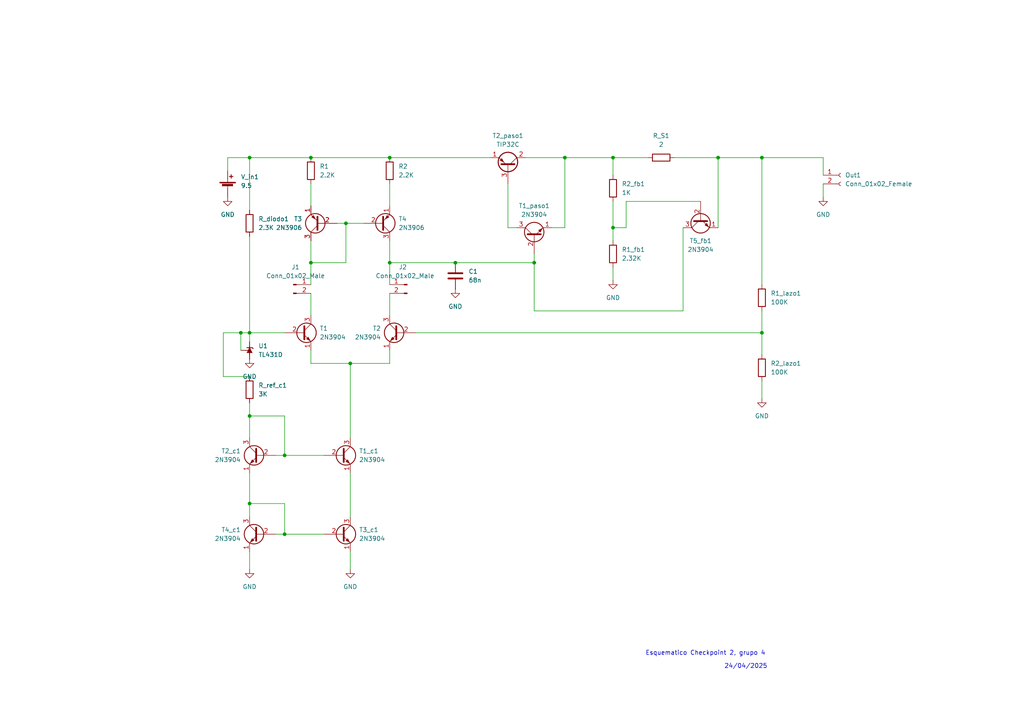
<source format=kicad_sch>
(kicad_sch
	(version 20231120)
	(generator "eeschema")
	(generator_version "8.0")
	(uuid "c0c98a60-d231-4430-b97d-72aee9277589")
	(paper "A4")
	(lib_symbols
		(symbol "Connector:Conn_01x02_Female"
			(pin_names
				(offset 1.016) hide)
			(exclude_from_sim no)
			(in_bom yes)
			(on_board yes)
			(property "Reference" "J"
				(at 0 2.54 0)
				(effects
					(font
						(size 1.27 1.27)
					)
				)
			)
			(property "Value" "Conn_01x02_Female"
				(at 0 -5.08 0)
				(effects
					(font
						(size 1.27 1.27)
					)
				)
			)
			(property "Footprint" ""
				(at 0 0 0)
				(effects
					(font
						(size 1.27 1.27)
					)
					(hide yes)
				)
			)
			(property "Datasheet" "~"
				(at 0 0 0)
				(effects
					(font
						(size 1.27 1.27)
					)
					(hide yes)
				)
			)
			(property "Description" "Generic connector, single row, 01x02, script generated (kicad-library-utils/schlib/autogen/connector/)"
				(at 0 0 0)
				(effects
					(font
						(size 1.27 1.27)
					)
					(hide yes)
				)
			)
			(property "ki_keywords" "connector"
				(at 0 0 0)
				(effects
					(font
						(size 1.27 1.27)
					)
					(hide yes)
				)
			)
			(property "ki_fp_filters" "Connector*:*_1x??_*"
				(at 0 0 0)
				(effects
					(font
						(size 1.27 1.27)
					)
					(hide yes)
				)
			)
			(symbol "Conn_01x02_Female_1_1"
				(arc
					(start 0 -2.032)
					(mid -0.5058 -2.54)
					(end 0 -3.048)
					(stroke
						(width 0.1524)
						(type default)
					)
					(fill
						(type none)
					)
				)
				(polyline
					(pts
						(xy -1.27 -2.54) (xy -0.508 -2.54)
					)
					(stroke
						(width 0.1524)
						(type default)
					)
					(fill
						(type none)
					)
				)
				(polyline
					(pts
						(xy -1.27 0) (xy -0.508 0)
					)
					(stroke
						(width 0.1524)
						(type default)
					)
					(fill
						(type none)
					)
				)
				(arc
					(start 0 0.508)
					(mid -0.5058 0)
					(end 0 -0.508)
					(stroke
						(width 0.1524)
						(type default)
					)
					(fill
						(type none)
					)
				)
				(pin passive line
					(at -5.08 0 0)
					(length 3.81)
					(name "Pin_1"
						(effects
							(font
								(size 1.27 1.27)
							)
						)
					)
					(number "1"
						(effects
							(font
								(size 1.27 1.27)
							)
						)
					)
				)
				(pin passive line
					(at -5.08 -2.54 0)
					(length 3.81)
					(name "Pin_2"
						(effects
							(font
								(size 1.27 1.27)
							)
						)
					)
					(number "2"
						(effects
							(font
								(size 1.27 1.27)
							)
						)
					)
				)
			)
		)
		(symbol "Connector:Conn_01x02_Male"
			(pin_names
				(offset 1.016) hide)
			(exclude_from_sim no)
			(in_bom yes)
			(on_board yes)
			(property "Reference" "J"
				(at 0 2.54 0)
				(effects
					(font
						(size 1.27 1.27)
					)
				)
			)
			(property "Value" "Conn_01x02_Male"
				(at 0 -5.08 0)
				(effects
					(font
						(size 1.27 1.27)
					)
				)
			)
			(property "Footprint" ""
				(at 0 0 0)
				(effects
					(font
						(size 1.27 1.27)
					)
					(hide yes)
				)
			)
			(property "Datasheet" "~"
				(at 0 0 0)
				(effects
					(font
						(size 1.27 1.27)
					)
					(hide yes)
				)
			)
			(property "Description" "Generic connector, single row, 01x02, script generated (kicad-library-utils/schlib/autogen/connector/)"
				(at 0 0 0)
				(effects
					(font
						(size 1.27 1.27)
					)
					(hide yes)
				)
			)
			(property "ki_keywords" "connector"
				(at 0 0 0)
				(effects
					(font
						(size 1.27 1.27)
					)
					(hide yes)
				)
			)
			(property "ki_fp_filters" "Connector*:*_1x??_*"
				(at 0 0 0)
				(effects
					(font
						(size 1.27 1.27)
					)
					(hide yes)
				)
			)
			(symbol "Conn_01x02_Male_1_1"
				(polyline
					(pts
						(xy 1.27 -2.54) (xy 0.8636 -2.54)
					)
					(stroke
						(width 0.1524)
						(type default)
					)
					(fill
						(type none)
					)
				)
				(polyline
					(pts
						(xy 1.27 0) (xy 0.8636 0)
					)
					(stroke
						(width 0.1524)
						(type default)
					)
					(fill
						(type none)
					)
				)
				(rectangle
					(start 0.8636 -2.413)
					(end 0 -2.667)
					(stroke
						(width 0.1524)
						(type default)
					)
					(fill
						(type outline)
					)
				)
				(rectangle
					(start 0.8636 0.127)
					(end 0 -0.127)
					(stroke
						(width 0.1524)
						(type default)
					)
					(fill
						(type outline)
					)
				)
				(pin passive line
					(at 5.08 0 180)
					(length 3.81)
					(name "Pin_1"
						(effects
							(font
								(size 1.27 1.27)
							)
						)
					)
					(number "1"
						(effects
							(font
								(size 1.27 1.27)
							)
						)
					)
				)
				(pin passive line
					(at 5.08 -2.54 180)
					(length 3.81)
					(name "Pin_2"
						(effects
							(font
								(size 1.27 1.27)
							)
						)
					)
					(number "2"
						(effects
							(font
								(size 1.27 1.27)
							)
						)
					)
				)
			)
		)
		(symbol "Device:Battery_Cell"
			(pin_numbers hide)
			(pin_names
				(offset 0) hide)
			(exclude_from_sim no)
			(in_bom yes)
			(on_board yes)
			(property "Reference" "BT"
				(at 2.54 2.54 0)
				(effects
					(font
						(size 1.27 1.27)
					)
					(justify left)
				)
			)
			(property "Value" "Battery_Cell"
				(at 2.54 0 0)
				(effects
					(font
						(size 1.27 1.27)
					)
					(justify left)
				)
			)
			(property "Footprint" ""
				(at 0 1.524 90)
				(effects
					(font
						(size 1.27 1.27)
					)
					(hide yes)
				)
			)
			(property "Datasheet" "~"
				(at 0 1.524 90)
				(effects
					(font
						(size 1.27 1.27)
					)
					(hide yes)
				)
			)
			(property "Description" "Single-cell battery"
				(at 0 0 0)
				(effects
					(font
						(size 1.27 1.27)
					)
					(hide yes)
				)
			)
			(property "ki_keywords" "battery cell"
				(at 0 0 0)
				(effects
					(font
						(size 1.27 1.27)
					)
					(hide yes)
				)
			)
			(symbol "Battery_Cell_0_1"
				(rectangle
					(start -2.286 1.778)
					(end 2.286 1.524)
					(stroke
						(width 0)
						(type default)
					)
					(fill
						(type outline)
					)
				)
				(rectangle
					(start -1.5748 1.1938)
					(end 1.4732 0.6858)
					(stroke
						(width 0)
						(type default)
					)
					(fill
						(type outline)
					)
				)
				(polyline
					(pts
						(xy 0 0.762) (xy 0 0)
					)
					(stroke
						(width 0)
						(type default)
					)
					(fill
						(type none)
					)
				)
				(polyline
					(pts
						(xy 0 1.778) (xy 0 2.54)
					)
					(stroke
						(width 0)
						(type default)
					)
					(fill
						(type none)
					)
				)
				(polyline
					(pts
						(xy 0.508 3.429) (xy 1.524 3.429)
					)
					(stroke
						(width 0.254)
						(type default)
					)
					(fill
						(type none)
					)
				)
				(polyline
					(pts
						(xy 1.016 3.937) (xy 1.016 2.921)
					)
					(stroke
						(width 0.254)
						(type default)
					)
					(fill
						(type none)
					)
				)
			)
			(symbol "Battery_Cell_1_1"
				(pin passive line
					(at 0 5.08 270)
					(length 2.54)
					(name "+"
						(effects
							(font
								(size 1.27 1.27)
							)
						)
					)
					(number "1"
						(effects
							(font
								(size 1.27 1.27)
							)
						)
					)
				)
				(pin passive line
					(at 0 -2.54 90)
					(length 2.54)
					(name "-"
						(effects
							(font
								(size 1.27 1.27)
							)
						)
					)
					(number "2"
						(effects
							(font
								(size 1.27 1.27)
							)
						)
					)
				)
			)
		)
		(symbol "Device:C"
			(pin_numbers hide)
			(pin_names
				(offset 0.254)
			)
			(exclude_from_sim no)
			(in_bom yes)
			(on_board yes)
			(property "Reference" "C"
				(at 0.635 2.54 0)
				(effects
					(font
						(size 1.27 1.27)
					)
					(justify left)
				)
			)
			(property "Value" "C"
				(at 0.635 -2.54 0)
				(effects
					(font
						(size 1.27 1.27)
					)
					(justify left)
				)
			)
			(property "Footprint" ""
				(at 0.9652 -3.81 0)
				(effects
					(font
						(size 1.27 1.27)
					)
					(hide yes)
				)
			)
			(property "Datasheet" "~"
				(at 0 0 0)
				(effects
					(font
						(size 1.27 1.27)
					)
					(hide yes)
				)
			)
			(property "Description" "Unpolarized capacitor"
				(at 0 0 0)
				(effects
					(font
						(size 1.27 1.27)
					)
					(hide yes)
				)
			)
			(property "ki_keywords" "cap capacitor"
				(at 0 0 0)
				(effects
					(font
						(size 1.27 1.27)
					)
					(hide yes)
				)
			)
			(property "ki_fp_filters" "C_*"
				(at 0 0 0)
				(effects
					(font
						(size 1.27 1.27)
					)
					(hide yes)
				)
			)
			(symbol "C_0_1"
				(polyline
					(pts
						(xy -2.032 -0.762) (xy 2.032 -0.762)
					)
					(stroke
						(width 0.508)
						(type default)
					)
					(fill
						(type none)
					)
				)
				(polyline
					(pts
						(xy -2.032 0.762) (xy 2.032 0.762)
					)
					(stroke
						(width 0.508)
						(type default)
					)
					(fill
						(type none)
					)
				)
			)
			(symbol "C_1_1"
				(pin passive line
					(at 0 3.81 270)
					(length 2.794)
					(name "~"
						(effects
							(font
								(size 1.27 1.27)
							)
						)
					)
					(number "1"
						(effects
							(font
								(size 1.27 1.27)
							)
						)
					)
				)
				(pin passive line
					(at 0 -3.81 90)
					(length 2.794)
					(name "~"
						(effects
							(font
								(size 1.27 1.27)
							)
						)
					)
					(number "2"
						(effects
							(font
								(size 1.27 1.27)
							)
						)
					)
				)
			)
		)
		(symbol "Device:R"
			(pin_numbers hide)
			(pin_names
				(offset 0)
			)
			(exclude_from_sim no)
			(in_bom yes)
			(on_board yes)
			(property "Reference" "R"
				(at 2.032 0 90)
				(effects
					(font
						(size 1.27 1.27)
					)
				)
			)
			(property "Value" "R"
				(at 0 0 90)
				(effects
					(font
						(size 1.27 1.27)
					)
				)
			)
			(property "Footprint" ""
				(at -1.778 0 90)
				(effects
					(font
						(size 1.27 1.27)
					)
					(hide yes)
				)
			)
			(property "Datasheet" "~"
				(at 0 0 0)
				(effects
					(font
						(size 1.27 1.27)
					)
					(hide yes)
				)
			)
			(property "Description" "Resistor"
				(at 0 0 0)
				(effects
					(font
						(size 1.27 1.27)
					)
					(hide yes)
				)
			)
			(property "ki_keywords" "R res resistor"
				(at 0 0 0)
				(effects
					(font
						(size 1.27 1.27)
					)
					(hide yes)
				)
			)
			(property "ki_fp_filters" "R_*"
				(at 0 0 0)
				(effects
					(font
						(size 1.27 1.27)
					)
					(hide yes)
				)
			)
			(symbol "R_0_1"
				(rectangle
					(start -1.016 -2.54)
					(end 1.016 2.54)
					(stroke
						(width 0.254)
						(type default)
					)
					(fill
						(type none)
					)
				)
			)
			(symbol "R_1_1"
				(pin passive line
					(at 0 3.81 270)
					(length 1.27)
					(name "~"
						(effects
							(font
								(size 1.27 1.27)
							)
						)
					)
					(number "1"
						(effects
							(font
								(size 1.27 1.27)
							)
						)
					)
				)
				(pin passive line
					(at 0 -3.81 90)
					(length 1.27)
					(name "~"
						(effects
							(font
								(size 1.27 1.27)
							)
						)
					)
					(number "2"
						(effects
							(font
								(size 1.27 1.27)
							)
						)
					)
				)
			)
		)
		(symbol "GND_1"
			(power)
			(pin_numbers hide)
			(pin_names
				(offset 0) hide)
			(exclude_from_sim no)
			(in_bom yes)
			(on_board yes)
			(property "Reference" "#PWR"
				(at 0 -6.35 0)
				(effects
					(font
						(size 1.27 1.27)
					)
					(hide yes)
				)
			)
			(property "Value" "GND"
				(at 0 -3.81 0)
				(effects
					(font
						(size 1.27 1.27)
					)
				)
			)
			(property "Footprint" ""
				(at 0 0 0)
				(effects
					(font
						(size 1.27 1.27)
					)
					(hide yes)
				)
			)
			(property "Datasheet" ""
				(at 0 0 0)
				(effects
					(font
						(size 1.27 1.27)
					)
					(hide yes)
				)
			)
			(property "Description" "Power symbol creates a global label with name \"GND\" , ground"
				(at 0 0 0)
				(effects
					(font
						(size 1.27 1.27)
					)
					(hide yes)
				)
			)
			(property "ki_keywords" "global power"
				(at 0 0 0)
				(effects
					(font
						(size 1.27 1.27)
					)
					(hide yes)
				)
			)
			(symbol "GND_1_0_1"
				(polyline
					(pts
						(xy 0 0) (xy 0 -1.27) (xy 1.27 -1.27) (xy 0 -2.54) (xy -1.27 -1.27) (xy 0 -1.27)
					)
					(stroke
						(width 0)
						(type default)
					)
					(fill
						(type none)
					)
				)
			)
			(symbol "GND_1_1_1"
				(pin power_in line
					(at 0 0 270)
					(length 0)
					(name "~"
						(effects
							(font
								(size 1.27 1.27)
							)
						)
					)
					(number "1"
						(effects
							(font
								(size 1.27 1.27)
							)
						)
					)
				)
			)
		)
		(symbol "GND_2"
			(power)
			(pin_numbers hide)
			(pin_names
				(offset 0) hide)
			(exclude_from_sim no)
			(in_bom yes)
			(on_board yes)
			(property "Reference" "#PWR"
				(at 0 -6.35 0)
				(effects
					(font
						(size 1.27 1.27)
					)
					(hide yes)
				)
			)
			(property "Value" "GND"
				(at 0 -3.81 0)
				(effects
					(font
						(size 1.27 1.27)
					)
				)
			)
			(property "Footprint" ""
				(at 0 0 0)
				(effects
					(font
						(size 1.27 1.27)
					)
					(hide yes)
				)
			)
			(property "Datasheet" ""
				(at 0 0 0)
				(effects
					(font
						(size 1.27 1.27)
					)
					(hide yes)
				)
			)
			(property "Description" "Power symbol creates a global label with name \"GND\" , ground"
				(at 0 0 0)
				(effects
					(font
						(size 1.27 1.27)
					)
					(hide yes)
				)
			)
			(property "ki_keywords" "global power"
				(at 0 0 0)
				(effects
					(font
						(size 1.27 1.27)
					)
					(hide yes)
				)
			)
			(symbol "GND_2_0_1"
				(polyline
					(pts
						(xy 0 0) (xy 0 -1.27) (xy 1.27 -1.27) (xy 0 -2.54) (xy -1.27 -1.27) (xy 0 -1.27)
					)
					(stroke
						(width 0)
						(type default)
					)
					(fill
						(type none)
					)
				)
			)
			(symbol "GND_2_1_1"
				(pin power_in line
					(at 0 0 270)
					(length 0)
					(name "~"
						(effects
							(font
								(size 1.27 1.27)
							)
						)
					)
					(number "1"
						(effects
							(font
								(size 1.27 1.27)
							)
						)
					)
				)
			)
		)
		(symbol "Reference_Voltage:TL431D"
			(pin_numbers hide)
			(pin_names hide)
			(exclude_from_sim no)
			(in_bom yes)
			(on_board yes)
			(property "Reference" "U"
				(at 0 -2.54 0)
				(effects
					(font
						(size 1.27 1.27)
					)
				)
			)
			(property "Value" "TL431D"
				(at 0 -4.445 0)
				(effects
					(font
						(size 1.27 1.27)
					)
				)
			)
			(property "Footprint" "Package_SO:SOIC-8_3.9x4.9mm_P1.27mm"
				(at 0 -6.35 0)
				(effects
					(font
						(size 1.27 1.27)
						(italic yes)
					)
					(hide yes)
				)
			)
			(property "Datasheet" "http://www.ti.com/lit/ds/symlink/tl431.pdf"
				(at 0 0 0)
				(effects
					(font
						(size 1.27 1.27)
						(italic yes)
					)
					(hide yes)
				)
			)
			(property "Description" "Shunt Regulator, SO-8"
				(at 0 0 0)
				(effects
					(font
						(size 1.27 1.27)
					)
					(hide yes)
				)
			)
			(property "ki_keywords" "diode device shunt regulator"
				(at 0 0 0)
				(effects
					(font
						(size 1.27 1.27)
					)
					(hide yes)
				)
			)
			(property "ki_fp_filters" "SOIC?8*3.9x4.9mm*P1.27mm*"
				(at 0 0 0)
				(effects
					(font
						(size 1.27 1.27)
					)
					(hide yes)
				)
			)
			(symbol "TL431D_0_1"
				(polyline
					(pts
						(xy -1.27 0) (xy 0 0) (xy 1.27 0)
					)
					(stroke
						(width 0)
						(type default)
					)
					(fill
						(type none)
					)
				)
				(polyline
					(pts
						(xy -0.762 0.762) (xy 0.762 0) (xy -0.762 -0.762)
					)
					(stroke
						(width 0)
						(type default)
					)
					(fill
						(type outline)
					)
				)
				(polyline
					(pts
						(xy 0.508 -1.016) (xy 0.762 -0.762) (xy 0.762 0.762) (xy 0.762 0.762)
					)
					(stroke
						(width 0.254)
						(type default)
					)
					(fill
						(type none)
					)
				)
			)
			(symbol "TL431D_1_1"
				(polyline
					(pts
						(xy 0 1.27) (xy 0 0)
					)
					(stroke
						(width 0)
						(type default)
					)
					(fill
						(type none)
					)
				)
				(pin passive line
					(at 2.54 0 180)
					(length 2.54)
					(name "K"
						(effects
							(font
								(size 1.27 1.27)
							)
						)
					)
					(number "1"
						(effects
							(font
								(size 1.27 1.27)
							)
						)
					)
				)
				(pin passive line
					(at -2.54 0 0)
					(length 2.54)
					(name "A"
						(effects
							(font
								(size 1.27 1.27)
							)
						)
					)
					(number "2"
						(effects
							(font
								(size 1.27 1.27)
							)
						)
					)
				)
				(pin passive line
					(at -2.54 0 0)
					(length 2.54) hide
					(name "A"
						(effects
							(font
								(size 1.27 1.27)
							)
						)
					)
					(number "3"
						(effects
							(font
								(size 1.27 1.27)
							)
						)
					)
				)
				(pin passive line
					(at -2.54 0 0)
					(length 2.54) hide
					(name "A"
						(effects
							(font
								(size 1.27 1.27)
							)
						)
					)
					(number "6"
						(effects
							(font
								(size 1.27 1.27)
							)
						)
					)
				)
				(pin passive line
					(at -2.54 0 0)
					(length 2.54) hide
					(name "A"
						(effects
							(font
								(size 1.27 1.27)
							)
						)
					)
					(number "7"
						(effects
							(font
								(size 1.27 1.27)
							)
						)
					)
				)
				(pin passive line
					(at 0 2.54 270)
					(length 2.54)
					(name "REF"
						(effects
							(font
								(size 1.27 1.27)
							)
						)
					)
					(number "8"
						(effects
							(font
								(size 1.27 1.27)
							)
						)
					)
				)
			)
		)
		(symbol "Transistor_BJT:2N3904"
			(pin_names
				(offset 0) hide)
			(exclude_from_sim no)
			(in_bom yes)
			(on_board yes)
			(property "Reference" "Q"
				(at 5.08 1.905 0)
				(effects
					(font
						(size 1.27 1.27)
					)
					(justify left)
				)
			)
			(property "Value" "2N3904"
				(at 5.08 0 0)
				(effects
					(font
						(size 1.27 1.27)
					)
					(justify left)
				)
			)
			(property "Footprint" "Package_TO_SOT_THT:TO-92_Inline"
				(at 5.08 -1.905 0)
				(effects
					(font
						(size 1.27 1.27)
						(italic yes)
					)
					(justify left)
					(hide yes)
				)
			)
			(property "Datasheet" "https://www.onsemi.com/pub/Collateral/2N3903-D.PDF"
				(at 0 0 0)
				(effects
					(font
						(size 1.27 1.27)
					)
					(justify left)
					(hide yes)
				)
			)
			(property "Description" "0.2A Ic, 40V Vce, Small Signal NPN Transistor, TO-92"
				(at 0 0 0)
				(effects
					(font
						(size 1.27 1.27)
					)
					(hide yes)
				)
			)
			(property "ki_keywords" "NPN Transistor"
				(at 0 0 0)
				(effects
					(font
						(size 1.27 1.27)
					)
					(hide yes)
				)
			)
			(property "ki_fp_filters" "TO?92*"
				(at 0 0 0)
				(effects
					(font
						(size 1.27 1.27)
					)
					(hide yes)
				)
			)
			(symbol "2N3904_0_1"
				(polyline
					(pts
						(xy 0.635 0.635) (xy 2.54 2.54)
					)
					(stroke
						(width 0)
						(type default)
					)
					(fill
						(type none)
					)
				)
				(polyline
					(pts
						(xy 0.635 -0.635) (xy 2.54 -2.54) (xy 2.54 -2.54)
					)
					(stroke
						(width 0)
						(type default)
					)
					(fill
						(type none)
					)
				)
				(polyline
					(pts
						(xy 0.635 1.905) (xy 0.635 -1.905) (xy 0.635 -1.905)
					)
					(stroke
						(width 0.508)
						(type default)
					)
					(fill
						(type none)
					)
				)
				(polyline
					(pts
						(xy 1.27 -1.778) (xy 1.778 -1.27) (xy 2.286 -2.286) (xy 1.27 -1.778) (xy 1.27 -1.778)
					)
					(stroke
						(width 0)
						(type default)
					)
					(fill
						(type outline)
					)
				)
				(circle
					(center 1.27 0)
					(radius 2.8194)
					(stroke
						(width 0.254)
						(type default)
					)
					(fill
						(type none)
					)
				)
			)
			(symbol "2N3904_1_1"
				(pin passive line
					(at 2.54 -5.08 90)
					(length 2.54)
					(name "E"
						(effects
							(font
								(size 1.27 1.27)
							)
						)
					)
					(number "1"
						(effects
							(font
								(size 1.27 1.27)
							)
						)
					)
				)
				(pin passive line
					(at -5.08 0 0)
					(length 5.715)
					(name "B"
						(effects
							(font
								(size 1.27 1.27)
							)
						)
					)
					(number "2"
						(effects
							(font
								(size 1.27 1.27)
							)
						)
					)
				)
				(pin passive line
					(at 2.54 5.08 270)
					(length 2.54)
					(name "C"
						(effects
							(font
								(size 1.27 1.27)
							)
						)
					)
					(number "3"
						(effects
							(font
								(size 1.27 1.27)
							)
						)
					)
				)
			)
		)
		(symbol "Transistor_BJT:2N3906"
			(pin_names
				(offset 0) hide)
			(exclude_from_sim no)
			(in_bom yes)
			(on_board yes)
			(property "Reference" "Q"
				(at 5.08 1.905 0)
				(effects
					(font
						(size 1.27 1.27)
					)
					(justify left)
				)
			)
			(property "Value" "2N3906"
				(at 5.08 0 0)
				(effects
					(font
						(size 1.27 1.27)
					)
					(justify left)
				)
			)
			(property "Footprint" "Package_TO_SOT_THT:TO-92_Inline"
				(at 5.08 -1.905 0)
				(effects
					(font
						(size 1.27 1.27)
						(italic yes)
					)
					(justify left)
					(hide yes)
				)
			)
			(property "Datasheet" "https://www.onsemi.com/pub/Collateral/2N3906-D.PDF"
				(at 0 0 0)
				(effects
					(font
						(size 1.27 1.27)
					)
					(justify left)
					(hide yes)
				)
			)
			(property "Description" "-0.2A Ic, -40V Vce, Small Signal PNP Transistor, TO-92"
				(at 0 0 0)
				(effects
					(font
						(size 1.27 1.27)
					)
					(hide yes)
				)
			)
			(property "ki_keywords" "PNP Transistor"
				(at 0 0 0)
				(effects
					(font
						(size 1.27 1.27)
					)
					(hide yes)
				)
			)
			(property "ki_fp_filters" "TO?92*"
				(at 0 0 0)
				(effects
					(font
						(size 1.27 1.27)
					)
					(hide yes)
				)
			)
			(symbol "2N3906_0_1"
				(polyline
					(pts
						(xy 0.635 0.635) (xy 2.54 2.54)
					)
					(stroke
						(width 0)
						(type default)
					)
					(fill
						(type none)
					)
				)
				(polyline
					(pts
						(xy 0.635 -0.635) (xy 2.54 -2.54) (xy 2.54 -2.54)
					)
					(stroke
						(width 0)
						(type default)
					)
					(fill
						(type none)
					)
				)
				(polyline
					(pts
						(xy 0.635 1.905) (xy 0.635 -1.905) (xy 0.635 -1.905)
					)
					(stroke
						(width 0.508)
						(type default)
					)
					(fill
						(type none)
					)
				)
				(polyline
					(pts
						(xy 2.286 -1.778) (xy 1.778 -2.286) (xy 1.27 -1.27) (xy 2.286 -1.778) (xy 2.286 -1.778)
					)
					(stroke
						(width 0)
						(type default)
					)
					(fill
						(type outline)
					)
				)
				(circle
					(center 1.27 0)
					(radius 2.8194)
					(stroke
						(width 0.254)
						(type default)
					)
					(fill
						(type none)
					)
				)
			)
			(symbol "2N3906_1_1"
				(pin passive line
					(at 2.54 -5.08 90)
					(length 2.54)
					(name "E"
						(effects
							(font
								(size 1.27 1.27)
							)
						)
					)
					(number "1"
						(effects
							(font
								(size 1.27 1.27)
							)
						)
					)
				)
				(pin input line
					(at -5.08 0 0)
					(length 5.715)
					(name "B"
						(effects
							(font
								(size 1.27 1.27)
							)
						)
					)
					(number "2"
						(effects
							(font
								(size 1.27 1.27)
							)
						)
					)
				)
				(pin passive line
					(at 2.54 5.08 270)
					(length 2.54)
					(name "C"
						(effects
							(font
								(size 1.27 1.27)
							)
						)
					)
					(number "3"
						(effects
							(font
								(size 1.27 1.27)
							)
						)
					)
				)
			)
		)
		(symbol "Transistor_BJT:BD136"
			(pin_names
				(offset 0) hide)
			(exclude_from_sim no)
			(in_bom yes)
			(on_board yes)
			(property "Reference" "Q"
				(at 5.08 1.905 0)
				(effects
					(font
						(size 1.27 1.27)
					)
					(justify left)
				)
			)
			(property "Value" "BD136"
				(at 5.08 0 0)
				(effects
					(font
						(size 1.27 1.27)
					)
					(justify left)
				)
			)
			(property "Footprint" "Package_TO_SOT_THT:TO-126-3_Vertical"
				(at 5.08 -1.905 0)
				(effects
					(font
						(size 1.27 1.27)
						(italic yes)
					)
					(justify left)
					(hide yes)
				)
			)
			(property "Datasheet" "http://www.st.com/internet/com/TECHNICAL_RESOURCES/TECHNICAL_LITERATURE/DATASHEET/CD00001225.pdf"
				(at 0 0 0)
				(effects
					(font
						(size 1.27 1.27)
					)
					(justify left)
					(hide yes)
				)
			)
			(property "Description" "1.5A Ic, 45V Vce, Low Voltage Transistor, TO-126"
				(at 0 0 0)
				(effects
					(font
						(size 1.27 1.27)
					)
					(hide yes)
				)
			)
			(property "ki_keywords" "Low Voltage Transistor"
				(at 0 0 0)
				(effects
					(font
						(size 1.27 1.27)
					)
					(hide yes)
				)
			)
			(property "ki_fp_filters" "TO?126*"
				(at 0 0 0)
				(effects
					(font
						(size 1.27 1.27)
					)
					(hide yes)
				)
			)
			(symbol "BD136_0_1"
				(polyline
					(pts
						(xy 0 0) (xy 0.635 0)
					)
					(stroke
						(width 0)
						(type default)
					)
					(fill
						(type none)
					)
				)
				(polyline
					(pts
						(xy 2.54 -2.54) (xy 0.635 -0.635)
					)
					(stroke
						(width 0)
						(type default)
					)
					(fill
						(type none)
					)
				)
				(polyline
					(pts
						(xy 2.54 2.54) (xy 0.635 0.635)
					)
					(stroke
						(width 0)
						(type default)
					)
					(fill
						(type none)
					)
				)
				(polyline
					(pts
						(xy 0.635 1.905) (xy 0.635 -1.905) (xy 0.635 -1.905)
					)
					(stroke
						(width 0.508)
						(type default)
					)
					(fill
						(type outline)
					)
				)
				(polyline
					(pts
						(xy 1.778 -2.286) (xy 2.286 -1.778) (xy 1.27 -1.27) (xy 1.778 -2.286) (xy 1.778 -2.286)
					)
					(stroke
						(width 0)
						(type default)
					)
					(fill
						(type outline)
					)
				)
				(circle
					(center 1.27 0)
					(radius 2.8194)
					(stroke
						(width 0.3048)
						(type default)
					)
					(fill
						(type none)
					)
				)
			)
			(symbol "BD136_1_1"
				(pin passive line
					(at 2.54 -5.08 90)
					(length 2.54)
					(name "E"
						(effects
							(font
								(size 1.27 1.27)
							)
						)
					)
					(number "1"
						(effects
							(font
								(size 1.27 1.27)
							)
						)
					)
				)
				(pin passive line
					(at 2.54 5.08 270)
					(length 2.54)
					(name "C"
						(effects
							(font
								(size 1.27 1.27)
							)
						)
					)
					(number "2"
						(effects
							(font
								(size 1.27 1.27)
							)
						)
					)
				)
				(pin input line
					(at -5.08 0 0)
					(length 5.08)
					(name "B"
						(effects
							(font
								(size 1.27 1.27)
							)
						)
					)
					(number "3"
						(effects
							(font
								(size 1.27 1.27)
							)
						)
					)
				)
			)
		)
		(symbol "power:GND"
			(power)
			(pin_names
				(offset 0)
			)
			(exclude_from_sim no)
			(in_bom yes)
			(on_board yes)
			(property "Reference" "#PWR"
				(at 0 -6.35 0)
				(effects
					(font
						(size 1.27 1.27)
					)
					(hide yes)
				)
			)
			(property "Value" "GND"
				(at 0 -3.81 0)
				(effects
					(font
						(size 1.27 1.27)
					)
				)
			)
			(property "Footprint" ""
				(at 0 0 0)
				(effects
					(font
						(size 1.27 1.27)
					)
					(hide yes)
				)
			)
			(property "Datasheet" ""
				(at 0 0 0)
				(effects
					(font
						(size 1.27 1.27)
					)
					(hide yes)
				)
			)
			(property "Description" "Power symbol creates a global label with name \"GND\" , ground"
				(at 0 0 0)
				(effects
					(font
						(size 1.27 1.27)
					)
					(hide yes)
				)
			)
			(property "ki_keywords" "power-flag"
				(at 0 0 0)
				(effects
					(font
						(size 1.27 1.27)
					)
					(hide yes)
				)
			)
			(symbol "GND_0_1"
				(polyline
					(pts
						(xy 0 0) (xy 0 -1.27) (xy 1.27 -1.27) (xy 0 -2.54) (xy -1.27 -1.27) (xy 0 -1.27)
					)
					(stroke
						(width 0)
						(type default)
					)
					(fill
						(type none)
					)
				)
			)
			(symbol "GND_1_1"
				(pin power_in line
					(at 0 0 270)
					(length 0) hide
					(name "GND"
						(effects
							(font
								(size 1.27 1.27)
							)
						)
					)
					(number "1"
						(effects
							(font
								(size 1.27 1.27)
							)
						)
					)
				)
			)
		)
	)
	(junction
		(at 72.39 120.65)
		(diameter 0)
		(color 0 0 0 0)
		(uuid "182fb48a-7dd4-494d-97e2-ef3251b97c4c")
	)
	(junction
		(at 113.03 45.72)
		(diameter 0)
		(color 0 0 0 0)
		(uuid "1eb742ce-29ab-4476-8c2d-73535b88dc73")
	)
	(junction
		(at 163.83 45.72)
		(diameter 0)
		(color 0 0 0 0)
		(uuid "235dae2a-f406-4ca8-a7bc-847adb43e019")
	)
	(junction
		(at 177.8 66.04)
		(diameter 0)
		(color 0 0 0 0)
		(uuid "2b6e90ac-ee49-4f62-afa2-79c774874c88")
	)
	(junction
		(at 82.55 154.94)
		(diameter 0)
		(color 0 0 0 0)
		(uuid "35d121f3-991c-469e-a98c-a4f140d696cd")
	)
	(junction
		(at 69.85 96.52)
		(diameter 0)
		(color 0 0 0 0)
		(uuid "38a0cc33-5f2f-4366-9045-b4adec32f63f")
	)
	(junction
		(at 113.03 76.2)
		(diameter 0)
		(color 0 0 0 0)
		(uuid "3acb17a0-a18a-4b7f-b563-30207388bb18")
	)
	(junction
		(at 72.39 146.05)
		(diameter 0)
		(color 0 0 0 0)
		(uuid "5423d7f2-c4f9-4ca5-86e2-43051fa0fbd4")
	)
	(junction
		(at 72.39 45.72)
		(diameter 0)
		(color 0 0 0 0)
		(uuid "65e58ba4-4384-42ca-8052-fe99b814e495")
	)
	(junction
		(at 90.17 76.2)
		(diameter 0)
		(color 0 0 0 0)
		(uuid "6c0265af-8c2a-4ad7-853f-1b15a3202b88")
	)
	(junction
		(at 101.6 105.41)
		(diameter 0)
		(color 0 0 0 0)
		(uuid "74dbbd3f-49bc-4bd2-b8e1-623ee92fd385")
	)
	(junction
		(at 82.55 132.08)
		(diameter 0)
		(color 0 0 0 0)
		(uuid "84e7eea2-4970-4b24-8486-9d15ff1ed7bd")
	)
	(junction
		(at 177.8 45.72)
		(diameter 0)
		(color 0 0 0 0)
		(uuid "92e5d519-f1ed-4281-b145-a783adf557a5")
	)
	(junction
		(at 90.17 45.72)
		(diameter 0)
		(color 0 0 0 0)
		(uuid "aec9588c-6189-4dff-8fcd-44216709e6c6")
	)
	(junction
		(at 208.28 45.72)
		(diameter 0)
		(color 0 0 0 0)
		(uuid "c0a43966-6b22-458b-8f4b-81a875cc7f8d")
	)
	(junction
		(at 220.98 45.72)
		(diameter 0)
		(color 0 0 0 0)
		(uuid "cd957d73-4cb8-46ee-af97-edca84d2c3cb")
	)
	(junction
		(at 220.98 96.52)
		(diameter 0)
		(color 0 0 0 0)
		(uuid "d21f66be-f729-4f10-a6ca-4d54257033ed")
	)
	(junction
		(at 132.08 76.2)
		(diameter 0)
		(color 0 0 0 0)
		(uuid "dd453df8-8a17-425e-8c82-82cefd4b3a8a")
	)
	(junction
		(at 154.94 76.2)
		(diameter 0)
		(color 0 0 0 0)
		(uuid "ede3782b-6e94-417d-8832-59d5c2da21a5")
	)
	(junction
		(at 100.33 64.77)
		(diameter 0)
		(color 0 0 0 0)
		(uuid "f3cd5f98-4b93-4390-90df-6d5f529e3d14")
	)
	(junction
		(at 72.39 96.52)
		(diameter 0)
		(color 0 0 0 0)
		(uuid "f822e5de-b67c-48ee-8b12-746b6d263fe3")
	)
	(wire
		(pts
			(xy 195.58 45.72) (xy 208.28 45.72)
		)
		(stroke
			(width 0)
			(type default)
		)
		(uuid "0157a4af-0ace-49b7-8793-2b0171f3ead5")
	)
	(wire
		(pts
			(xy 152.4 45.72) (xy 163.83 45.72)
		)
		(stroke
			(width 0)
			(type default)
		)
		(uuid "03262bd2-ca9f-42e4-b8da-7725a0f23fc3")
	)
	(wire
		(pts
			(xy 82.55 146.05) (xy 82.55 154.94)
		)
		(stroke
			(width 0)
			(type default)
		)
		(uuid "04fab988-7e49-4f9f-865c-e09692357da1")
	)
	(wire
		(pts
			(xy 72.39 68.58) (xy 72.39 96.52)
		)
		(stroke
			(width 0)
			(type default)
		)
		(uuid "0a7a4c90-b76b-4242-a75c-c84006668d2b")
	)
	(wire
		(pts
			(xy 72.39 120.65) (xy 82.55 120.65)
		)
		(stroke
			(width 0)
			(type default)
		)
		(uuid "11b71e97-7707-4d93-8a1a-fa4fccf7e872")
	)
	(wire
		(pts
			(xy 147.32 66.04) (xy 149.86 66.04)
		)
		(stroke
			(width 0)
			(type default)
		)
		(uuid "132dc557-3571-47b3-9a40-4a43b6d778af")
	)
	(wire
		(pts
			(xy 72.39 45.72) (xy 90.17 45.72)
		)
		(stroke
			(width 0)
			(type default)
		)
		(uuid "1baff72e-335d-4329-bdc2-9fc3b251de1c")
	)
	(wire
		(pts
			(xy 64.77 96.52) (xy 69.85 96.52)
		)
		(stroke
			(width 0)
			(type default)
		)
		(uuid "1d0425df-b1b0-43ad-b923-96c5b9b4d360")
	)
	(wire
		(pts
			(xy 120.65 96.52) (xy 220.98 96.52)
		)
		(stroke
			(width 0)
			(type default)
		)
		(uuid "1e0183ce-5ce4-4727-a123-ee1d81a10ca3")
	)
	(wire
		(pts
			(xy 163.83 66.04) (xy 160.02 66.04)
		)
		(stroke
			(width 0)
			(type default)
		)
		(uuid "247b494c-a860-45e9-9df0-a1d543685e17")
	)
	(wire
		(pts
			(xy 82.55 120.65) (xy 82.55 132.08)
		)
		(stroke
			(width 0)
			(type default)
		)
		(uuid "2942d5c1-f058-4ded-9891-0872246dba37")
	)
	(wire
		(pts
			(xy 163.83 45.72) (xy 163.83 66.04)
		)
		(stroke
			(width 0)
			(type default)
		)
		(uuid "29b321a1-8f1e-409d-8c58-6f10d667c199")
	)
	(wire
		(pts
			(xy 90.17 76.2) (xy 100.33 76.2)
		)
		(stroke
			(width 0)
			(type default)
		)
		(uuid "2ae86146-7604-4f71-83ca-86ff4d0b51f0")
	)
	(wire
		(pts
			(xy 72.39 137.16) (xy 72.39 146.05)
		)
		(stroke
			(width 0)
			(type default)
		)
		(uuid "2e92f3d6-f118-4596-8312-11e84896300f")
	)
	(wire
		(pts
			(xy 69.85 96.52) (xy 72.39 96.52)
		)
		(stroke
			(width 0)
			(type default)
		)
		(uuid "35f264be-eb61-4709-a4af-22ff60294fd1")
	)
	(wire
		(pts
			(xy 72.39 146.05) (xy 82.55 146.05)
		)
		(stroke
			(width 0)
			(type default)
		)
		(uuid "362a6bc9-3a3a-41ab-943c-bc0f071e18e9")
	)
	(wire
		(pts
			(xy 90.17 69.85) (xy 90.17 76.2)
		)
		(stroke
			(width 0)
			(type default)
		)
		(uuid "3751e4ef-8366-4753-ab3c-68e08f8e135a")
	)
	(wire
		(pts
			(xy 177.8 58.42) (xy 177.8 66.04)
		)
		(stroke
			(width 0)
			(type default)
		)
		(uuid "387489df-ecf1-4ca7-94f7-68dcd440b83d")
	)
	(wire
		(pts
			(xy 113.03 101.6) (xy 113.03 105.41)
		)
		(stroke
			(width 0)
			(type default)
		)
		(uuid "388add46-81e0-4101-8253-d301b301b281")
	)
	(wire
		(pts
			(xy 90.17 53.34) (xy 90.17 59.69)
		)
		(stroke
			(width 0)
			(type default)
		)
		(uuid "3d89d070-3baa-472b-bd15-3841c3d6f25b")
	)
	(wire
		(pts
			(xy 113.03 45.72) (xy 142.24 45.72)
		)
		(stroke
			(width 0)
			(type default)
		)
		(uuid "53c8d44a-0376-4af5-aef5-e09e0bd301b9")
	)
	(wire
		(pts
			(xy 66.04 45.72) (xy 72.39 45.72)
		)
		(stroke
			(width 0)
			(type default)
		)
		(uuid "54d79bb2-b97c-4149-bb23-6a68afeb1fc3")
	)
	(wire
		(pts
			(xy 220.98 96.52) (xy 220.98 102.87)
		)
		(stroke
			(width 0)
			(type default)
		)
		(uuid "5784ef35-e167-4efe-86f8-7166e93389cc")
	)
	(wire
		(pts
			(xy 113.03 85.09) (xy 113.03 91.44)
		)
		(stroke
			(width 0)
			(type default)
		)
		(uuid "57c50930-9e98-4cbb-aea5-e95963cac1dc")
	)
	(wire
		(pts
			(xy 220.98 45.72) (xy 220.98 82.55)
		)
		(stroke
			(width 0)
			(type default)
		)
		(uuid "5c12b91e-cace-4e2b-ba14-4f8f7330ed88")
	)
	(wire
		(pts
			(xy 181.61 66.04) (xy 177.8 66.04)
		)
		(stroke
			(width 0)
			(type default)
		)
		(uuid "5ce8a210-3e55-4ff3-8172-318373295ade")
	)
	(wire
		(pts
			(xy 80.01 132.08) (xy 82.55 132.08)
		)
		(stroke
			(width 0)
			(type default)
		)
		(uuid "5e22afff-c877-4a7b-bbb1-ebf8aa457121")
	)
	(wire
		(pts
			(xy 163.83 45.72) (xy 177.8 45.72)
		)
		(stroke
			(width 0)
			(type default)
		)
		(uuid "5e570694-0aa4-48ed-b1eb-708cb2559000")
	)
	(wire
		(pts
			(xy 69.85 101.6) (xy 69.85 96.52)
		)
		(stroke
			(width 0)
			(type default)
		)
		(uuid "6094ebd3-f632-4257-929e-bff25aa9211b")
	)
	(wire
		(pts
			(xy 64.77 109.22) (xy 64.77 96.52)
		)
		(stroke
			(width 0)
			(type default)
		)
		(uuid "63721a4d-3f7b-46a7-9f44-9ffdcdd2fb32")
	)
	(wire
		(pts
			(xy 220.98 110.49) (xy 220.98 115.57)
		)
		(stroke
			(width 0)
			(type default)
		)
		(uuid "681a90ca-3f7b-4e6b-943a-ea542fd37e29")
	)
	(wire
		(pts
			(xy 72.39 96.52) (xy 72.39 99.06)
		)
		(stroke
			(width 0)
			(type default)
		)
		(uuid "75dda69d-3fa5-46cc-85d2-01dbfebff250")
	)
	(wire
		(pts
			(xy 238.76 53.34) (xy 238.76 57.15)
		)
		(stroke
			(width 0)
			(type default)
		)
		(uuid "76c3f610-0727-4c1c-9fbc-bf2b8270fc36")
	)
	(wire
		(pts
			(xy 113.03 69.85) (xy 113.03 76.2)
		)
		(stroke
			(width 0)
			(type default)
		)
		(uuid "79c52016-aefd-441d-881f-44a38af43351")
	)
	(wire
		(pts
			(xy 82.55 132.08) (xy 93.98 132.08)
		)
		(stroke
			(width 0)
			(type default)
		)
		(uuid "7a8bbfaf-8eeb-4adc-a65c-e92c7e85e009")
	)
	(wire
		(pts
			(xy 198.12 90.17) (xy 154.94 90.17)
		)
		(stroke
			(width 0)
			(type default)
		)
		(uuid "7dd35d47-7bcc-4bef-875b-2d7c81fa5509")
	)
	(wire
		(pts
			(xy 220.98 90.17) (xy 220.98 96.52)
		)
		(stroke
			(width 0)
			(type default)
		)
		(uuid "810ace40-bfaa-4a4f-8325-deb706665f1a")
	)
	(wire
		(pts
			(xy 90.17 101.6) (xy 90.17 105.41)
		)
		(stroke
			(width 0)
			(type default)
		)
		(uuid "810b6a94-a188-4bdb-9b7e-8189b64c4d06")
	)
	(wire
		(pts
			(xy 80.01 154.94) (xy 82.55 154.94)
		)
		(stroke
			(width 0)
			(type default)
		)
		(uuid "817512af-fa97-4d6d-bf08-d6c24e85c646")
	)
	(wire
		(pts
			(xy 198.12 66.04) (xy 198.12 90.17)
		)
		(stroke
			(width 0)
			(type default)
		)
		(uuid "88a83c82-2964-4b15-8852-d49e401fdb88")
	)
	(wire
		(pts
			(xy 97.79 64.77) (xy 100.33 64.77)
		)
		(stroke
			(width 0)
			(type default)
		)
		(uuid "8d86f0f9-57f1-4546-b7fa-3454118bc10e")
	)
	(wire
		(pts
			(xy 72.39 160.02) (xy 72.39 165.1)
		)
		(stroke
			(width 0)
			(type default)
		)
		(uuid "9328b81f-4e7b-438b-9699-14b378cc44e9")
	)
	(wire
		(pts
			(xy 132.08 76.2) (xy 113.03 76.2)
		)
		(stroke
			(width 0)
			(type default)
		)
		(uuid "93aec753-abc5-44e0-93d1-11a391c675a9")
	)
	(wire
		(pts
			(xy 147.32 53.34) (xy 147.32 66.04)
		)
		(stroke
			(width 0)
			(type default)
		)
		(uuid "96d6ba50-2967-4de2-9442-f12429630654")
	)
	(wire
		(pts
			(xy 154.94 90.17) (xy 154.94 76.2)
		)
		(stroke
			(width 0)
			(type default)
		)
		(uuid "97e8f5ed-123a-4c63-bc68-760dcc9ffa58")
	)
	(wire
		(pts
			(xy 154.94 76.2) (xy 132.08 76.2)
		)
		(stroke
			(width 0)
			(type default)
		)
		(uuid "98811cf6-f36c-41ed-982f-198e256d28dc")
	)
	(wire
		(pts
			(xy 72.39 127) (xy 72.39 120.65)
		)
		(stroke
			(width 0)
			(type default)
		)
		(uuid "9e8cc2fe-180b-4f4d-9622-feca2b51c7e1")
	)
	(wire
		(pts
			(xy 177.8 66.04) (xy 177.8 69.85)
		)
		(stroke
			(width 0)
			(type default)
		)
		(uuid "a2e72d9c-6ac3-4e34-853a-fd45906064f4")
	)
	(wire
		(pts
			(xy 72.39 109.22) (xy 64.77 109.22)
		)
		(stroke
			(width 0)
			(type default)
		)
		(uuid "a38d94b6-621b-473b-937d-4c5c114c9dda")
	)
	(wire
		(pts
			(xy 177.8 45.72) (xy 177.8 50.8)
		)
		(stroke
			(width 0)
			(type default)
		)
		(uuid "a5aabfb5-c287-425e-b163-a18b1e009080")
	)
	(wire
		(pts
			(xy 90.17 76.2) (xy 90.17 82.55)
		)
		(stroke
			(width 0)
			(type default)
		)
		(uuid "abae3c13-84b3-4da3-9b77-b4c2611d6390")
	)
	(wire
		(pts
			(xy 72.39 116.84) (xy 72.39 120.65)
		)
		(stroke
			(width 0)
			(type default)
		)
		(uuid "acfcf1e0-f92e-4015-92f4-a2a04fc25dbd")
	)
	(wire
		(pts
			(xy 203.2 58.42) (xy 181.61 58.42)
		)
		(stroke
			(width 0)
			(type default)
		)
		(uuid "ad85f2a1-a53b-4d39-b035-a993811cd167")
	)
	(wire
		(pts
			(xy 238.76 45.72) (xy 238.76 50.8)
		)
		(stroke
			(width 0)
			(type default)
		)
		(uuid "b22a440c-2326-41f7-b878-d948a15940ab")
	)
	(wire
		(pts
			(xy 90.17 105.41) (xy 101.6 105.41)
		)
		(stroke
			(width 0)
			(type default)
		)
		(uuid "b5789ff1-a76f-4f2a-8e91-c3dceb8176a4")
	)
	(wire
		(pts
			(xy 181.61 58.42) (xy 181.61 66.04)
		)
		(stroke
			(width 0)
			(type default)
		)
		(uuid "b7b14500-09df-4f56-b12c-f690a9d3e88e")
	)
	(wire
		(pts
			(xy 72.39 146.05) (xy 72.39 149.86)
		)
		(stroke
			(width 0)
			(type default)
		)
		(uuid "b8733bbb-943c-4386-8bfb-856a0c7a1b43")
	)
	(wire
		(pts
			(xy 113.03 53.34) (xy 113.03 59.69)
		)
		(stroke
			(width 0)
			(type default)
		)
		(uuid "bca7f3ad-29b4-45c3-bae8-a99be564d616")
	)
	(wire
		(pts
			(xy 72.39 60.96) (xy 72.39 45.72)
		)
		(stroke
			(width 0)
			(type default)
		)
		(uuid "bcfe62c2-d20f-47e3-a575-03fcbd7b8ad0")
	)
	(wire
		(pts
			(xy 100.33 64.77) (xy 100.33 76.2)
		)
		(stroke
			(width 0)
			(type default)
		)
		(uuid "c26e901a-4a83-4fad-83b8-4f6a682189db")
	)
	(wire
		(pts
			(xy 100.33 64.77) (xy 105.41 64.77)
		)
		(stroke
			(width 0)
			(type default)
		)
		(uuid "c9290d64-5d18-48d8-9e69-e3799f71b2dc")
	)
	(wire
		(pts
			(xy 220.98 45.72) (xy 238.76 45.72)
		)
		(stroke
			(width 0)
			(type default)
		)
		(uuid "cbeba33b-3b68-43e1-b44c-65274c67e580")
	)
	(wire
		(pts
			(xy 101.6 105.41) (xy 101.6 127)
		)
		(stroke
			(width 0)
			(type default)
		)
		(uuid "d10751c7-cca6-4191-a530-d003836cc577")
	)
	(wire
		(pts
			(xy 154.94 73.66) (xy 154.94 76.2)
		)
		(stroke
			(width 0)
			(type default)
		)
		(uuid "d4446461-284e-4d8c-8832-cc0c9d3dddfb")
	)
	(wire
		(pts
			(xy 113.03 76.2) (xy 113.03 82.55)
		)
		(stroke
			(width 0)
			(type default)
		)
		(uuid "d4599bb5-961d-441f-85ef-34c87daa3777")
	)
	(wire
		(pts
			(xy 90.17 85.09) (xy 90.17 91.44)
		)
		(stroke
			(width 0)
			(type default)
		)
		(uuid "d9790c1c-29cf-41da-8655-391e8307c0e5")
	)
	(wire
		(pts
			(xy 101.6 160.02) (xy 101.6 165.1)
		)
		(stroke
			(width 0)
			(type default)
		)
		(uuid "db2bb3d0-14c2-441b-8339-3c70bd116519")
	)
	(wire
		(pts
			(xy 66.04 49.53) (xy 66.04 45.72)
		)
		(stroke
			(width 0)
			(type default)
		)
		(uuid "e479d83a-c5e1-43bf-9a1d-e8877606b1b3")
	)
	(wire
		(pts
			(xy 177.8 45.72) (xy 187.96 45.72)
		)
		(stroke
			(width 0)
			(type default)
		)
		(uuid "e70b34dd-b0bd-4fed-9466-e5316349940b")
	)
	(wire
		(pts
			(xy 208.28 66.04) (xy 208.28 45.72)
		)
		(stroke
			(width 0)
			(type default)
		)
		(uuid "ed1c2d19-75db-451f-953c-47110b9589a3")
	)
	(wire
		(pts
			(xy 177.8 77.47) (xy 177.8 81.28)
		)
		(stroke
			(width 0)
			(type default)
		)
		(uuid "f41902f5-5790-4b7f-9761-9f35a810e2e4")
	)
	(wire
		(pts
			(xy 208.28 45.72) (xy 220.98 45.72)
		)
		(stroke
			(width 0)
			(type default)
		)
		(uuid "f85e8e65-d486-4d1c-8bd1-4743d9f3ac83")
	)
	(wire
		(pts
			(xy 101.6 105.41) (xy 113.03 105.41)
		)
		(stroke
			(width 0)
			(type default)
		)
		(uuid "f98c7566-dcaa-45f8-92d1-d1208299879e")
	)
	(wire
		(pts
			(xy 101.6 137.16) (xy 101.6 149.86)
		)
		(stroke
			(width 0)
			(type default)
		)
		(uuid "facad030-6c6d-4720-9f44-66ba8c89c7a9")
	)
	(wire
		(pts
			(xy 82.55 154.94) (xy 93.98 154.94)
		)
		(stroke
			(width 0)
			(type default)
		)
		(uuid "fbdaa559-56cd-4745-b455-d5ece877150c")
	)
	(wire
		(pts
			(xy 72.39 96.52) (xy 82.55 96.52)
		)
		(stroke
			(width 0)
			(type default)
		)
		(uuid "fbf40452-5ace-481e-a9fa-cc3c2eb50cd4")
	)
	(wire
		(pts
			(xy 90.17 45.72) (xy 113.03 45.72)
		)
		(stroke
			(width 0)
			(type default)
		)
		(uuid "fea22349-ba9d-4571-91ca-00b53e354897")
	)
	(text "24/04/2025"
		(exclude_from_sim no)
		(at 210.058 194.056 0)
		(effects
			(font
				(size 1.27 1.27)
			)
			(justify left bottom)
		)
		(uuid "00706386-deb0-4b2d-a411-ef789d1b4c2d")
	)
	(text "Esquematico Checkpoint 2, grupo 4\n"
		(exclude_from_sim no)
		(at 187.198 190.246 0)
		(effects
			(font
				(size 1.27 1.27)
			)
			(justify left bottom)
		)
		(uuid "68d1fec7-d499-4780-8b7f-7bb1e9a0460b")
	)
	(symbol
		(lib_id "Transistor_BJT:2N3906")
		(at 110.49 64.77 0)
		(mirror x)
		(unit 1)
		(exclude_from_sim no)
		(in_bom yes)
		(on_board yes)
		(dnp no)
		(fields_autoplaced yes)
		(uuid "003a5356-864d-4f78-bd8d-c495299aadeb")
		(property "Reference" "T4"
			(at 115.57 63.4999 0)
			(effects
				(font
					(size 1.27 1.27)
				)
				(justify left)
			)
		)
		(property "Value" "2N3906"
			(at 115.57 66.0399 0)
			(effects
				(font
					(size 1.27 1.27)
				)
				(justify left)
			)
		)
		(property "Footprint" "Package_TO_SOT_THT:TO-92_Inline"
			(at 115.57 62.865 0)
			(effects
				(font
					(size 1.27 1.27)
					(italic yes)
				)
				(justify left)
				(hide yes)
			)
		)
		(property "Datasheet" "https://www.onsemi.com/pub/Collateral/2N3906-D.PDF"
			(at 110.49 64.77 0)
			(effects
				(font
					(size 1.27 1.27)
				)
				(justify left)
				(hide yes)
			)
		)
		(property "Description" ""
			(at 110.49 64.77 0)
			(effects
				(font
					(size 1.27 1.27)
				)
				(hide yes)
			)
		)
		(pin "1"
			(uuid "84cc0987-aa36-4ff2-9108-10fe4a83172d")
		)
		(pin "2"
			(uuid "bdfd5dc4-426d-4083-849d-40b5b99ad82e")
		)
		(pin "3"
			(uuid "b8b4638f-aea0-4c50-88f1-34205cc95a62")
		)
		(instances
			(project ""
				(path "/c0c98a60-d231-4430-b97d-72aee9277589"
					(reference "T4")
					(unit 1)
				)
			)
		)
	)
	(symbol
		(lib_id "Transistor_BJT:2N3904")
		(at 87.63 96.52 0)
		(unit 1)
		(exclude_from_sim no)
		(in_bom yes)
		(on_board yes)
		(dnp no)
		(fields_autoplaced yes)
		(uuid "0a81e15f-5203-4651-9c90-d1c940dc6b83")
		(property "Reference" "T1"
			(at 92.71 95.2499 0)
			(effects
				(font
					(size 1.27 1.27)
				)
				(justify left)
			)
		)
		(property "Value" "2N3904"
			(at 92.71 97.7899 0)
			(effects
				(font
					(size 1.27 1.27)
				)
				(justify left)
			)
		)
		(property "Footprint" "Package_TO_SOT_THT:TO-92_Inline"
			(at 92.71 98.425 0)
			(effects
				(font
					(size 1.27 1.27)
					(italic yes)
				)
				(justify left)
				(hide yes)
			)
		)
		(property "Datasheet" "https://www.onsemi.com/pub/Collateral/2N3903-D.PDF"
			(at 87.63 96.52 0)
			(effects
				(font
					(size 1.27 1.27)
				)
				(justify left)
				(hide yes)
			)
		)
		(property "Description" ""
			(at 87.63 96.52 0)
			(effects
				(font
					(size 1.27 1.27)
				)
				(hide yes)
			)
		)
		(pin "1"
			(uuid "6e2fe5dd-7163-4590-8bd8-8ccbc8e42537")
		)
		(pin "2"
			(uuid "7d4260cc-0fb2-4557-9529-616cb4bfcc59")
		)
		(pin "3"
			(uuid "f8772569-1d3c-40c9-9003-396bc71d7b02")
		)
		(instances
			(project ""
				(path "/c0c98a60-d231-4430-b97d-72aee9277589"
					(reference "T1")
					(unit 1)
				)
			)
		)
	)
	(symbol
		(lib_id "Connector:Conn_01x02_Female")
		(at 243.84 50.8 0)
		(unit 1)
		(exclude_from_sim no)
		(in_bom yes)
		(on_board yes)
		(dnp no)
		(fields_autoplaced yes)
		(uuid "19a64414-ea51-4ed3-acb8-42f7c59ed984")
		(property "Reference" "Out1"
			(at 245.11 50.7999 0)
			(effects
				(font
					(size 1.27 1.27)
				)
				(justify left)
			)
		)
		(property "Value" "Conn_01x02_Female"
			(at 245.11 53.3399 0)
			(effects
				(font
					(size 1.27 1.27)
				)
				(justify left)
			)
		)
		(property "Footprint" "TerminalBlock:TerminalBlock_bornier-2_P5.08mm"
			(at 243.84 50.8 0)
			(effects
				(font
					(size 1.27 1.27)
				)
				(hide yes)
			)
		)
		(property "Datasheet" "~"
			(at 243.84 50.8 0)
			(effects
				(font
					(size 1.27 1.27)
				)
				(hide yes)
			)
		)
		(property "Description" ""
			(at 243.84 50.8 0)
			(effects
				(font
					(size 1.27 1.27)
				)
				(hide yes)
			)
		)
		(pin "1"
			(uuid "070074a5-6731-4024-8c16-70f39e08bbee")
		)
		(pin "2"
			(uuid "843fe951-3f22-457a-8c54-72ce03f98491")
		)
		(instances
			(project ""
				(path "/c0c98a60-d231-4430-b97d-72aee9277589"
					(reference "Out1")
					(unit 1)
				)
			)
		)
	)
	(symbol
		(lib_id "Device:R")
		(at 220.98 86.36 0)
		(unit 1)
		(exclude_from_sim no)
		(in_bom yes)
		(on_board yes)
		(dnp no)
		(fields_autoplaced yes)
		(uuid "2cd3b78f-cff5-40df-9cc6-bb008d505daa")
		(property "Reference" "R1_lazo1"
			(at 223.52 85.0899 0)
			(effects
				(font
					(size 1.27 1.27)
				)
				(justify left)
			)
		)
		(property "Value" "100K"
			(at 223.52 87.6299 0)
			(effects
				(font
					(size 1.27 1.27)
				)
				(justify left)
			)
		)
		(property "Footprint" "Resistor_THT:R_Axial_DIN0207_L6.3mm_D2.5mm_P7.62mm_Horizontal"
			(at 219.202 86.36 90)
			(effects
				(font
					(size 1.27 1.27)
				)
				(hide yes)
			)
		)
		(property "Datasheet" "~"
			(at 220.98 86.36 0)
			(effects
				(font
					(size 1.27 1.27)
				)
				(hide yes)
			)
		)
		(property "Description" ""
			(at 220.98 86.36 0)
			(effects
				(font
					(size 1.27 1.27)
				)
				(hide yes)
			)
		)
		(pin "1"
			(uuid "9ce38c20-601c-47e6-ad97-99ec2a994b1d")
		)
		(pin "2"
			(uuid "33c23c9f-a6ed-4438-9190-92b853dd0209")
		)
		(instances
			(project ""
				(path "/c0c98a60-d231-4430-b97d-72aee9277589"
					(reference "R1_lazo1")
					(unit 1)
				)
			)
		)
	)
	(symbol
		(lib_id "Device:R")
		(at 90.17 49.53 0)
		(unit 1)
		(exclude_from_sim no)
		(in_bom yes)
		(on_board yes)
		(dnp no)
		(fields_autoplaced yes)
		(uuid "33050ee1-0d2e-4294-b5c1-ad3f7806d9ae")
		(property "Reference" "R1"
			(at 92.71 48.2599 0)
			(effects
				(font
					(size 1.27 1.27)
				)
				(justify left)
			)
		)
		(property "Value" "2.2K"
			(at 92.71 50.7999 0)
			(effects
				(font
					(size 1.27 1.27)
				)
				(justify left)
			)
		)
		(property "Footprint" "Resistor_THT:R_Axial_DIN0207_L6.3mm_D2.5mm_P7.62mm_Horizontal"
			(at 88.392 49.53 90)
			(effects
				(font
					(size 1.27 1.27)
				)
				(hide yes)
			)
		)
		(property "Datasheet" "~"
			(at 90.17 49.53 0)
			(effects
				(font
					(size 1.27 1.27)
				)
				(hide yes)
			)
		)
		(property "Description" ""
			(at 90.17 49.53 0)
			(effects
				(font
					(size 1.27 1.27)
				)
				(hide yes)
			)
		)
		(pin "1"
			(uuid "292ccbd9-d800-4db0-978a-cfa8f4309d58")
		)
		(pin "2"
			(uuid "7802b5c1-b8e8-4da3-aac1-2e6231d70806")
		)
		(instances
			(project ""
				(path "/c0c98a60-d231-4430-b97d-72aee9277589"
					(reference "R1")
					(unit 1)
				)
			)
		)
	)
	(symbol
		(lib_id "Transistor_BJT:2N3904")
		(at 115.57 96.52 0)
		(mirror y)
		(unit 1)
		(exclude_from_sim no)
		(in_bom yes)
		(on_board yes)
		(dnp no)
		(fields_autoplaced yes)
		(uuid "4012b10d-ec3f-49b0-a28c-509a0b06e96e")
		(property "Reference" "T2"
			(at 110.49 95.2499 0)
			(effects
				(font
					(size 1.27 1.27)
				)
				(justify left)
			)
		)
		(property "Value" "2N3904"
			(at 110.49 97.7899 0)
			(effects
				(font
					(size 1.27 1.27)
				)
				(justify left)
			)
		)
		(property "Footprint" "Package_TO_SOT_THT:TO-92_Inline"
			(at 110.49 98.425 0)
			(effects
				(font
					(size 1.27 1.27)
					(italic yes)
				)
				(justify left)
				(hide yes)
			)
		)
		(property "Datasheet" "https://www.onsemi.com/pub/Collateral/2N3903-D.PDF"
			(at 115.57 96.52 0)
			(effects
				(font
					(size 1.27 1.27)
				)
				(justify left)
				(hide yes)
			)
		)
		(property "Description" ""
			(at 115.57 96.52 0)
			(effects
				(font
					(size 1.27 1.27)
				)
				(hide yes)
			)
		)
		(pin "1"
			(uuid "6494fbb9-cf88-4729-a7c3-94a2b17c9cce")
		)
		(pin "2"
			(uuid "70e60a69-3d73-4c25-9be9-515e0a967def")
		)
		(pin "3"
			(uuid "dfeb7d76-6dc5-4a73-ae5d-097a52bd09a8")
		)
		(instances
			(project ""
				(path "/c0c98a60-d231-4430-b97d-72aee9277589"
					(reference "T2")
					(unit 1)
				)
			)
		)
	)
	(symbol
		(lib_id "Device:C")
		(at 132.08 80.01 0)
		(unit 1)
		(exclude_from_sim no)
		(in_bom yes)
		(on_board yes)
		(dnp no)
		(fields_autoplaced yes)
		(uuid "44f797f4-43ee-47f8-a0d7-489ce9a87d60")
		(property "Reference" "C1"
			(at 135.89 78.7399 0)
			(effects
				(font
					(size 1.27 1.27)
				)
				(justify left)
			)
		)
		(property "Value" "68n"
			(at 135.89 81.2799 0)
			(effects
				(font
					(size 1.27 1.27)
				)
				(justify left)
			)
		)
		(property "Footprint" "Capacitor_THT:C_Disc_D4.3mm_W1.9mm_P5.00mm"
			(at 133.0452 83.82 0)
			(effects
				(font
					(size 1.27 1.27)
				)
				(hide yes)
			)
		)
		(property "Datasheet" "~"
			(at 132.08 80.01 0)
			(effects
				(font
					(size 1.27 1.27)
				)
				(hide yes)
			)
		)
		(property "Description" "Unpolarized capacitor"
			(at 132.08 80.01 0)
			(effects
				(font
					(size 1.27 1.27)
				)
				(hide yes)
			)
		)
		(pin "2"
			(uuid "d6a2efcd-63e5-41c8-aeff-2a6eeb95f427")
		)
		(pin "1"
			(uuid "dc116862-7e8a-4ae8-86e4-234a13b824a4")
		)
		(instances
			(project ""
				(path "/c0c98a60-d231-4430-b97d-72aee9277589"
					(reference "C1")
					(unit 1)
				)
			)
		)
	)
	(symbol
		(lib_id "Device:R")
		(at 177.8 54.61 0)
		(unit 1)
		(exclude_from_sim no)
		(in_bom yes)
		(on_board yes)
		(dnp no)
		(fields_autoplaced yes)
		(uuid "535529d6-ac5b-411d-b642-f63d99b6b712")
		(property "Reference" "R2_fb1"
			(at 180.34 53.3399 0)
			(effects
				(font
					(size 1.27 1.27)
				)
				(justify left)
			)
		)
		(property "Value" "1K"
			(at 180.34 55.8799 0)
			(effects
				(font
					(size 1.27 1.27)
				)
				(justify left)
			)
		)
		(property "Footprint" "Resistor_THT:R_Axial_DIN0207_L6.3mm_D2.5mm_P7.62mm_Horizontal"
			(at 176.022 54.61 90)
			(effects
				(font
					(size 1.27 1.27)
				)
				(hide yes)
			)
		)
		(property "Datasheet" "~"
			(at 177.8 54.61 0)
			(effects
				(font
					(size 1.27 1.27)
				)
				(hide yes)
			)
		)
		(property "Description" ""
			(at 177.8 54.61 0)
			(effects
				(font
					(size 1.27 1.27)
				)
				(hide yes)
			)
		)
		(pin "1"
			(uuid "452a35fa-e154-4b5b-a5e8-6e6661f49c74")
		)
		(pin "2"
			(uuid "af087e45-222d-4cc2-9d86-87b3db79f936")
		)
		(instances
			(project ""
				(path "/c0c98a60-d231-4430-b97d-72aee9277589"
					(reference "R2_fb1")
					(unit 1)
				)
			)
		)
	)
	(symbol
		(lib_id "Transistor_BJT:2N3904")
		(at 74.93 154.94 0)
		(mirror y)
		(unit 1)
		(exclude_from_sim no)
		(in_bom yes)
		(on_board yes)
		(dnp no)
		(fields_autoplaced yes)
		(uuid "55650908-1534-48a1-b74f-1085490309b1")
		(property "Reference" "T4_c1"
			(at 69.85 153.6699 0)
			(effects
				(font
					(size 1.27 1.27)
				)
				(justify left)
			)
		)
		(property "Value" "2N3904"
			(at 69.85 156.2099 0)
			(effects
				(font
					(size 1.27 1.27)
				)
				(justify left)
			)
		)
		(property "Footprint" "Package_TO_SOT_THT:TO-92_Inline"
			(at 69.85 156.845 0)
			(effects
				(font
					(size 1.27 1.27)
					(italic yes)
				)
				(justify left)
				(hide yes)
			)
		)
		(property "Datasheet" "https://www.onsemi.com/pub/Collateral/2N3903-D.PDF"
			(at 74.93 154.94 0)
			(effects
				(font
					(size 1.27 1.27)
				)
				(justify left)
				(hide yes)
			)
		)
		(property "Description" ""
			(at 74.93 154.94 0)
			(effects
				(font
					(size 1.27 1.27)
				)
				(hide yes)
			)
		)
		(pin "1"
			(uuid "fa3dafa4-da44-4d2c-ac6f-a4c1847a2ed4")
		)
		(pin "2"
			(uuid "2ad96156-2c31-47f1-8250-3f35f0c9d4ab")
		)
		(pin "3"
			(uuid "c175a077-5007-429a-a900-fb86a11fa773")
		)
		(instances
			(project ""
				(path "/c0c98a60-d231-4430-b97d-72aee9277589"
					(reference "T4_c1")
					(unit 1)
				)
			)
		)
	)
	(symbol
		(lib_id "Device:R")
		(at 72.39 64.77 0)
		(unit 1)
		(exclude_from_sim no)
		(in_bom yes)
		(on_board yes)
		(dnp no)
		(fields_autoplaced yes)
		(uuid "5c7fd9a3-2c2c-4d65-8869-602b02846cfc")
		(property "Reference" "R_diodo1"
			(at 74.93 63.4999 0)
			(effects
				(font
					(size 1.27 1.27)
				)
				(justify left)
			)
		)
		(property "Value" "2.3K"
			(at 74.93 66.0399 0)
			(effects
				(font
					(size 1.27 1.27)
				)
				(justify left)
			)
		)
		(property "Footprint" "Resistor_THT:R_Axial_DIN0207_L6.3mm_D2.5mm_P7.62mm_Horizontal"
			(at 70.612 64.77 90)
			(effects
				(font
					(size 1.27 1.27)
				)
				(hide yes)
			)
		)
		(property "Datasheet" "~"
			(at 72.39 64.77 0)
			(effects
				(font
					(size 1.27 1.27)
				)
				(hide yes)
			)
		)
		(property "Description" ""
			(at 72.39 64.77 0)
			(effects
				(font
					(size 1.27 1.27)
				)
				(hide yes)
			)
		)
		(pin "1"
			(uuid "4986222b-f870-4f0f-8283-69fce552f979")
		)
		(pin "2"
			(uuid "c6b38a15-23f2-4add-b506-8e97c955f5ee")
		)
		(instances
			(project ""
				(path "/c0c98a60-d231-4430-b97d-72aee9277589"
					(reference "R_diodo1")
					(unit 1)
				)
			)
		)
	)
	(symbol
		(lib_id "Transistor_BJT:2N3904")
		(at 74.93 132.08 0)
		(mirror y)
		(unit 1)
		(exclude_from_sim no)
		(in_bom yes)
		(on_board yes)
		(dnp no)
		(fields_autoplaced yes)
		(uuid "5e372457-11a4-41bf-bfaa-4edf9468da85")
		(property "Reference" "T2_c1"
			(at 69.85 130.8099 0)
			(effects
				(font
					(size 1.27 1.27)
				)
				(justify left)
			)
		)
		(property "Value" "2N3904"
			(at 69.85 133.3499 0)
			(effects
				(font
					(size 1.27 1.27)
				)
				(justify left)
			)
		)
		(property "Footprint" "Package_TO_SOT_THT:TO-92_Inline"
			(at 69.85 133.985 0)
			(effects
				(font
					(size 1.27 1.27)
					(italic yes)
				)
				(justify left)
				(hide yes)
			)
		)
		(property "Datasheet" "https://www.onsemi.com/pub/Collateral/2N3903-D.PDF"
			(at 74.93 132.08 0)
			(effects
				(font
					(size 1.27 1.27)
				)
				(justify left)
				(hide yes)
			)
		)
		(property "Description" ""
			(at 74.93 132.08 0)
			(effects
				(font
					(size 1.27 1.27)
				)
				(hide yes)
			)
		)
		(pin "1"
			(uuid "ccfecf26-2e3c-4efa-bdba-e1e3826f60f5")
		)
		(pin "2"
			(uuid "22f79303-d545-4e22-b038-cce043452556")
		)
		(pin "3"
			(uuid "aab4c304-b659-4ee5-a633-62835f25419b")
		)
		(instances
			(project ""
				(path "/c0c98a60-d231-4430-b97d-72aee9277589"
					(reference "T2_c1")
					(unit 1)
				)
			)
		)
	)
	(symbol
		(lib_id "Transistor_BJT:2N3904")
		(at 154.94 68.58 90)
		(unit 1)
		(exclude_from_sim no)
		(in_bom yes)
		(on_board yes)
		(dnp no)
		(fields_autoplaced yes)
		(uuid "604bac53-d700-4396-87f6-5293861085ec")
		(property "Reference" "T1_paso1"
			(at 154.94 59.69 90)
			(effects
				(font
					(size 1.27 1.27)
				)
			)
		)
		(property "Value" "2N3904"
			(at 154.94 62.23 90)
			(effects
				(font
					(size 1.27 1.27)
				)
			)
		)
		(property "Footprint" "Package_TO_SOT_THT:TO-92_Inline"
			(at 156.845 63.5 0)
			(effects
				(font
					(size 1.27 1.27)
					(italic yes)
				)
				(justify left)
				(hide yes)
			)
		)
		(property "Datasheet" "https://www.onsemi.com/pub/Collateral/2N3903-D.PDF"
			(at 154.94 68.58 0)
			(effects
				(font
					(size 1.27 1.27)
				)
				(justify left)
				(hide yes)
			)
		)
		(property "Description" ""
			(at 154.94 68.58 0)
			(effects
				(font
					(size 1.27 1.27)
				)
				(hide yes)
			)
		)
		(pin "1"
			(uuid "2bed0814-8e02-42b3-87c1-0acc090c152c")
		)
		(pin "2"
			(uuid "45268b9f-8335-4b97-ab3d-3aef5cc4e245")
		)
		(pin "3"
			(uuid "2c37ce08-90b0-4e89-9fac-9251300b3e16")
		)
		(instances
			(project "PCB_checkpoint2"
				(path "/c0c98a60-d231-4430-b97d-72aee9277589"
					(reference "T1_paso1")
					(unit 1)
				)
			)
		)
	)
	(symbol
		(lib_id "Device:R")
		(at 177.8 73.66 0)
		(unit 1)
		(exclude_from_sim no)
		(in_bom yes)
		(on_board yes)
		(dnp no)
		(fields_autoplaced yes)
		(uuid "6ed06f8c-b84d-42ce-bc73-813d974ce756")
		(property "Reference" "R1_fb1"
			(at 180.34 72.3899 0)
			(effects
				(font
					(size 1.27 1.27)
				)
				(justify left)
			)
		)
		(property "Value" "2.32K"
			(at 180.34 74.9299 0)
			(effects
				(font
					(size 1.27 1.27)
				)
				(justify left)
			)
		)
		(property "Footprint" "Resistor_THT:R_Axial_DIN0207_L6.3mm_D2.5mm_P7.62mm_Horizontal"
			(at 176.022 73.66 90)
			(effects
				(font
					(size 1.27 1.27)
				)
				(hide yes)
			)
		)
		(property "Datasheet" "~"
			(at 177.8 73.66 0)
			(effects
				(font
					(size 1.27 1.27)
				)
				(hide yes)
			)
		)
		(property "Description" ""
			(at 177.8 73.66 0)
			(effects
				(font
					(size 1.27 1.27)
				)
				(hide yes)
			)
		)
		(pin "1"
			(uuid "f5051843-88ad-4563-8f2c-93b795dc869b")
		)
		(pin "2"
			(uuid "2c1de729-b188-44f2-a9c0-697f1d29f6e8")
		)
		(instances
			(project ""
				(path "/c0c98a60-d231-4430-b97d-72aee9277589"
					(reference "R1_fb1")
					(unit 1)
				)
			)
		)
	)
	(symbol
		(lib_id "power:GND")
		(at 101.6 165.1 0)
		(unit 1)
		(exclude_from_sim no)
		(in_bom yes)
		(on_board yes)
		(dnp no)
		(fields_autoplaced yes)
		(uuid "86f5efc6-9ce2-434c-a28d-f321cc9c1e3e")
		(property "Reference" "#PWR07"
			(at 101.6 171.45 0)
			(effects
				(font
					(size 1.27 1.27)
				)
				(hide yes)
			)
		)
		(property "Value" "GND"
			(at 101.6 170.18 0)
			(effects
				(font
					(size 1.27 1.27)
				)
			)
		)
		(property "Footprint" ""
			(at 101.6 165.1 0)
			(effects
				(font
					(size 1.27 1.27)
				)
				(hide yes)
			)
		)
		(property "Datasheet" ""
			(at 101.6 165.1 0)
			(effects
				(font
					(size 1.27 1.27)
				)
				(hide yes)
			)
		)
		(property "Description" ""
			(at 101.6 165.1 0)
			(effects
				(font
					(size 1.27 1.27)
				)
				(hide yes)
			)
		)
		(pin "1"
			(uuid "7e5d097c-4a87-4ffd-86a5-53d72892d604")
		)
		(instances
			(project ""
				(path "/c0c98a60-d231-4430-b97d-72aee9277589"
					(reference "#PWR07")
					(unit 1)
				)
			)
		)
	)
	(symbol
		(lib_id "Device:R")
		(at 113.03 49.53 0)
		(unit 1)
		(exclude_from_sim no)
		(in_bom yes)
		(on_board yes)
		(dnp no)
		(fields_autoplaced yes)
		(uuid "9028ec6f-949a-4521-9c77-1787d6093296")
		(property "Reference" "R2"
			(at 115.57 48.2599 0)
			(effects
				(font
					(size 1.27 1.27)
				)
				(justify left)
			)
		)
		(property "Value" "2.2K"
			(at 115.57 50.7999 0)
			(effects
				(font
					(size 1.27 1.27)
				)
				(justify left)
			)
		)
		(property "Footprint" "Resistor_THT:R_Axial_DIN0207_L6.3mm_D2.5mm_P7.62mm_Horizontal"
			(at 111.252 49.53 90)
			(effects
				(font
					(size 1.27 1.27)
				)
				(hide yes)
			)
		)
		(property "Datasheet" "~"
			(at 113.03 49.53 0)
			(effects
				(font
					(size 1.27 1.27)
				)
				(hide yes)
			)
		)
		(property "Description" ""
			(at 113.03 49.53 0)
			(effects
				(font
					(size 1.27 1.27)
				)
				(hide yes)
			)
		)
		(pin "1"
			(uuid "bcd81dba-5b6f-4eb6-a0d4-c598f2721ea9")
		)
		(pin "2"
			(uuid "ccc20f9e-5694-4bfc-b862-c62e7facfeb4")
		)
		(instances
			(project ""
				(path "/c0c98a60-d231-4430-b97d-72aee9277589"
					(reference "R2")
					(unit 1)
				)
			)
		)
	)
	(symbol
		(lib_id "power:GND")
		(at 238.76 57.15 0)
		(unit 1)
		(exclude_from_sim no)
		(in_bom yes)
		(on_board yes)
		(dnp no)
		(fields_autoplaced yes)
		(uuid "9777ad2a-ba7c-4954-9a5c-12fa4c57742a")
		(property "Reference" "#PWR0101"
			(at 238.76 63.5 0)
			(effects
				(font
					(size 1.27 1.27)
				)
				(hide yes)
			)
		)
		(property "Value" "GND"
			(at 238.76 62.23 0)
			(effects
				(font
					(size 1.27 1.27)
				)
			)
		)
		(property "Footprint" ""
			(at 238.76 57.15 0)
			(effects
				(font
					(size 1.27 1.27)
				)
				(hide yes)
			)
		)
		(property "Datasheet" ""
			(at 238.76 57.15 0)
			(effects
				(font
					(size 1.27 1.27)
				)
				(hide yes)
			)
		)
		(property "Description" ""
			(at 238.76 57.15 0)
			(effects
				(font
					(size 1.27 1.27)
				)
				(hide yes)
			)
		)
		(pin "1"
			(uuid "e3f9557e-73f5-4110-932b-d22b023bd4bb")
		)
		(instances
			(project ""
				(path "/c0c98a60-d231-4430-b97d-72aee9277589"
					(reference "#PWR0101")
					(unit 1)
				)
			)
		)
	)
	(symbol
		(lib_id "Device:R")
		(at 191.77 45.72 90)
		(unit 1)
		(exclude_from_sim no)
		(in_bom yes)
		(on_board yes)
		(dnp no)
		(fields_autoplaced yes)
		(uuid "9c913367-7784-45a2-8500-e49aeef7b150")
		(property "Reference" "R_S1"
			(at 191.77 39.37 90)
			(effects
				(font
					(size 1.27 1.27)
				)
			)
		)
		(property "Value" "2"
			(at 191.77 41.91 90)
			(effects
				(font
					(size 1.27 1.27)
				)
			)
		)
		(property "Footprint" "Resistor_THT:R_Axial_Power_L38.0mm_W6.4mm_P45.72mm"
			(at 191.77 47.498 90)
			(effects
				(font
					(size 1.27 1.27)
				)
				(hide yes)
			)
		)
		(property "Datasheet" "~"
			(at 191.77 45.72 0)
			(effects
				(font
					(size 1.27 1.27)
				)
				(hide yes)
			)
		)
		(property "Description" ""
			(at 191.77 45.72 0)
			(effects
				(font
					(size 1.27 1.27)
				)
				(hide yes)
			)
		)
		(pin "1"
			(uuid "ef188fe7-8bdd-4080-88f9-880f75039f57")
		)
		(pin "2"
			(uuid "bc8ecac9-c6bc-4e14-90dc-9e08cb55c22a")
		)
		(instances
			(project ""
				(path "/c0c98a60-d231-4430-b97d-72aee9277589"
					(reference "R_S1")
					(unit 1)
				)
			)
		)
	)
	(symbol
		(lib_id "Transistor_BJT:BD136")
		(at 147.32 48.26 270)
		(mirror x)
		(unit 1)
		(exclude_from_sim no)
		(in_bom yes)
		(on_board yes)
		(dnp no)
		(fields_autoplaced yes)
		(uuid "a7d547bc-45e3-4702-b958-823c65606fa9")
		(property "Reference" "T2_paso1"
			(at 147.32 39.37 90)
			(effects
				(font
					(size 1.27 1.27)
				)
			)
		)
		(property "Value" "TIP32C"
			(at 147.32 41.91 90)
			(effects
				(font
					(size 1.27 1.27)
				)
			)
		)
		(property "Footprint" "Package_TO_SOT_THT:TO-126-3_Vertical"
			(at 145.415 43.18 0)
			(effects
				(font
					(size 1.27 1.27)
					(italic yes)
				)
				(justify left)
				(hide yes)
			)
		)
		(property "Datasheet" "http://www.st.com/internet/com/TECHNICAL_RESOURCES/TECHNICAL_LITERATURE/DATASHEET/CD00001225.pdf"
			(at 147.32 48.26 0)
			(effects
				(font
					(size 1.27 1.27)
				)
				(justify left)
				(hide yes)
			)
		)
		(property "Description" ""
			(at 147.32 48.26 0)
			(effects
				(font
					(size 1.27 1.27)
				)
				(hide yes)
			)
		)
		(pin "1"
			(uuid "99c9ba8c-7149-4099-a448-3ac10c09a623")
		)
		(pin "2"
			(uuid "a015148b-1142-4d8c-8eac-b920d2b33198")
		)
		(pin "3"
			(uuid "3de8c3e7-1940-47f3-9c43-5339ef6a8c47")
		)
		(instances
			(project ""
				(path "/c0c98a60-d231-4430-b97d-72aee9277589"
					(reference "T2_paso1")
					(unit 1)
				)
			)
		)
	)
	(symbol
		(lib_id "Transistor_BJT:2N3906")
		(at 92.71 64.77 180)
		(unit 1)
		(exclude_from_sim no)
		(in_bom yes)
		(on_board yes)
		(dnp no)
		(fields_autoplaced yes)
		(uuid "ab4aaaf4-0fac-4e17-9234-0912a6c1e693")
		(property "Reference" "T3"
			(at 87.63 63.4999 0)
			(effects
				(font
					(size 1.27 1.27)
				)
				(justify left)
			)
		)
		(property "Value" "2N3906"
			(at 87.63 66.0399 0)
			(effects
				(font
					(size 1.27 1.27)
				)
				(justify left)
			)
		)
		(property "Footprint" "Package_TO_SOT_THT:TO-92_Inline"
			(at 87.63 62.865 0)
			(effects
				(font
					(size 1.27 1.27)
					(italic yes)
				)
				(justify left)
				(hide yes)
			)
		)
		(property "Datasheet" "https://www.onsemi.com/pub/Collateral/2N3906-D.PDF"
			(at 92.71 64.77 0)
			(effects
				(font
					(size 1.27 1.27)
				)
				(justify left)
				(hide yes)
			)
		)
		(property "Description" ""
			(at 92.71 64.77 0)
			(effects
				(font
					(size 1.27 1.27)
				)
				(hide yes)
			)
		)
		(pin "1"
			(uuid "dabe1bbc-b459-432c-b3d7-9060c6ec3ec4")
		)
		(pin "2"
			(uuid "6ee84eb1-1aaa-4094-996e-be2c44bf98fb")
		)
		(pin "3"
			(uuid "1ccf9483-7aac-4152-ae10-91d66e98c8ea")
		)
		(instances
			(project ""
				(path "/c0c98a60-d231-4430-b97d-72aee9277589"
					(reference "T3")
					(unit 1)
				)
			)
		)
	)
	(symbol
		(lib_id "power:GND")
		(at 177.8 81.28 0)
		(unit 1)
		(exclude_from_sim no)
		(in_bom yes)
		(on_board yes)
		(dnp no)
		(fields_autoplaced yes)
		(uuid "af66b968-fbeb-4563-85f5-ce82956c3d77")
		(property "Reference" "#PWR02"
			(at 177.8 87.63 0)
			(effects
				(font
					(size 1.27 1.27)
				)
				(hide yes)
			)
		)
		(property "Value" "GND"
			(at 177.8 86.36 0)
			(effects
				(font
					(size 1.27 1.27)
				)
			)
		)
		(property "Footprint" ""
			(at 177.8 81.28 0)
			(effects
				(font
					(size 1.27 1.27)
				)
				(hide yes)
			)
		)
		(property "Datasheet" ""
			(at 177.8 81.28 0)
			(effects
				(font
					(size 1.27 1.27)
				)
				(hide yes)
			)
		)
		(property "Description" ""
			(at 177.8 81.28 0)
			(effects
				(font
					(size 1.27 1.27)
				)
				(hide yes)
			)
		)
		(pin "1"
			(uuid "513943fd-9a34-4b41-bb0e-2ce713b91021")
		)
		(instances
			(project ""
				(path "/c0c98a60-d231-4430-b97d-72aee9277589"
					(reference "#PWR02")
					(unit 1)
				)
			)
		)
	)
	(symbol
		(lib_id "power:GND")
		(at 220.98 115.57 0)
		(unit 1)
		(exclude_from_sim no)
		(in_bom yes)
		(on_board yes)
		(dnp no)
		(fields_autoplaced yes)
		(uuid "bfe1a157-408e-465d-907f-9d5debb1085c")
		(property "Reference" "#PWR03"
			(at 220.98 121.92 0)
			(effects
				(font
					(size 1.27 1.27)
				)
				(hide yes)
			)
		)
		(property "Value" "GND"
			(at 220.98 120.65 0)
			(effects
				(font
					(size 1.27 1.27)
				)
			)
		)
		(property "Footprint" ""
			(at 220.98 115.57 0)
			(effects
				(font
					(size 1.27 1.27)
				)
				(hide yes)
			)
		)
		(property "Datasheet" ""
			(at 220.98 115.57 0)
			(effects
				(font
					(size 1.27 1.27)
				)
				(hide yes)
			)
		)
		(property "Description" ""
			(at 220.98 115.57 0)
			(effects
				(font
					(size 1.27 1.27)
				)
				(hide yes)
			)
		)
		(pin "1"
			(uuid "1fe1814f-e79c-482b-85c2-deb7058a20ea")
		)
		(instances
			(project ""
				(path "/c0c98a60-d231-4430-b97d-72aee9277589"
					(reference "#PWR03")
					(unit 1)
				)
			)
		)
	)
	(symbol
		(lib_id "power:GND")
		(at 66.04 57.15 0)
		(unit 1)
		(exclude_from_sim no)
		(in_bom yes)
		(on_board yes)
		(dnp no)
		(fields_autoplaced yes)
		(uuid "c3176555-1241-4090-8ca2-0e5b3a3e270c")
		(property "Reference" "#PWR05"
			(at 66.04 63.5 0)
			(effects
				(font
					(size 1.27 1.27)
				)
				(hide yes)
			)
		)
		(property "Value" "GND"
			(at 66.04 62.23 0)
			(effects
				(font
					(size 1.27 1.27)
				)
			)
		)
		(property "Footprint" ""
			(at 66.04 57.15 0)
			(effects
				(font
					(size 1.27 1.27)
				)
				(hide yes)
			)
		)
		(property "Datasheet" ""
			(at 66.04 57.15 0)
			(effects
				(font
					(size 1.27 1.27)
				)
				(hide yes)
			)
		)
		(property "Description" ""
			(at 66.04 57.15 0)
			(effects
				(font
					(size 1.27 1.27)
				)
				(hide yes)
			)
		)
		(pin "1"
			(uuid "d7f7b9cb-37bf-4353-949e-c8aa94f52a13")
		)
		(instances
			(project ""
				(path "/c0c98a60-d231-4430-b97d-72aee9277589"
					(reference "#PWR05")
					(unit 1)
				)
			)
		)
	)
	(symbol
		(lib_id "power:GND")
		(at 72.39 165.1 0)
		(unit 1)
		(exclude_from_sim no)
		(in_bom yes)
		(on_board yes)
		(dnp no)
		(fields_autoplaced yes)
		(uuid "db6cc3ad-3625-498f-943f-6dafa4cf13cb")
		(property "Reference" "#PWR01"
			(at 72.39 171.45 0)
			(effects
				(font
					(size 1.27 1.27)
				)
				(hide yes)
			)
		)
		(property "Value" "GND"
			(at 72.39 170.18 0)
			(effects
				(font
					(size 1.27 1.27)
				)
			)
		)
		(property "Footprint" ""
			(at 72.39 165.1 0)
			(effects
				(font
					(size 1.27 1.27)
				)
				(hide yes)
			)
		)
		(property "Datasheet" ""
			(at 72.39 165.1 0)
			(effects
				(font
					(size 1.27 1.27)
				)
				(hide yes)
			)
		)
		(property "Description" ""
			(at 72.39 165.1 0)
			(effects
				(font
					(size 1.27 1.27)
				)
				(hide yes)
			)
		)
		(pin "1"
			(uuid "b2b2dbf0-1450-4fdb-915f-ef8fcce35be4")
		)
		(instances
			(project ""
				(path "/c0c98a60-d231-4430-b97d-72aee9277589"
					(reference "#PWR01")
					(unit 1)
				)
			)
		)
	)
	(symbol
		(lib_id "Connector:Conn_01x02_Male")
		(at 85.09 82.55 0)
		(unit 1)
		(exclude_from_sim no)
		(in_bom yes)
		(on_board yes)
		(dnp no)
		(fields_autoplaced yes)
		(uuid "dc33bced-5a47-44a5-9375-6ae2f6ed5324")
		(property "Reference" "J1"
			(at 85.725 77.47 0)
			(effects
				(font
					(size 1.27 1.27)
				)
			)
		)
		(property "Value" "Conn_01x02_Male"
			(at 85.725 80.01 0)
			(effects
				(font
					(size 1.27 1.27)
				)
			)
		)
		(property "Footprint" "Connector_PinHeader_1.00mm:PinHeader_1x02_P1.00mm_Horizontal"
			(at 85.09 82.55 0)
			(effects
				(font
					(size 1.27 1.27)
				)
				(hide yes)
			)
		)
		(property "Datasheet" "~"
			(at 85.09 82.55 0)
			(effects
				(font
					(size 1.27 1.27)
				)
				(hide yes)
			)
		)
		(property "Description" ""
			(at 85.09 82.55 0)
			(effects
				(font
					(size 1.27 1.27)
				)
				(hide yes)
			)
		)
		(pin "1"
			(uuid "c39689d3-6465-47d5-a220-68b61d949dc4")
		)
		(pin "2"
			(uuid "e63a14cc-fc96-4816-9f8e-e301bff037b1")
		)
		(instances
			(project ""
				(path "/c0c98a60-d231-4430-b97d-72aee9277589"
					(reference "J1")
					(unit 1)
				)
			)
		)
	)
	(symbol
		(lib_name "GND_1")
		(lib_id "power:GND")
		(at 132.08 83.82 0)
		(unit 1)
		(exclude_from_sim no)
		(in_bom yes)
		(on_board yes)
		(dnp no)
		(fields_autoplaced yes)
		(uuid "dca76b98-68bf-4c6c-b37b-6a9fe12786d2")
		(property "Reference" "#PWR04"
			(at 132.08 90.17 0)
			(effects
				(font
					(size 1.27 1.27)
				)
				(hide yes)
			)
		)
		(property "Value" "GND"
			(at 132.08 88.9 0)
			(effects
				(font
					(size 1.27 1.27)
				)
			)
		)
		(property "Footprint" ""
			(at 132.08 83.82 0)
			(effects
				(font
					(size 1.27 1.27)
				)
				(hide yes)
			)
		)
		(property "Datasheet" ""
			(at 132.08 83.82 0)
			(effects
				(font
					(size 1.27 1.27)
				)
				(hide yes)
			)
		)
		(property "Description" "Power symbol creates a global label with name \"GND\" , ground"
			(at 132.08 83.82 0)
			(effects
				(font
					(size 1.27 1.27)
				)
				(hide yes)
			)
		)
		(pin "1"
			(uuid "925e36ca-8964-46b0-ab4b-d702b64e20a9")
		)
		(instances
			(project ""
				(path "/c0c98a60-d231-4430-b97d-72aee9277589"
					(reference "#PWR04")
					(unit 1)
				)
			)
		)
	)
	(symbol
		(lib_id "Transistor_BJT:2N3904")
		(at 99.06 154.94 0)
		(unit 1)
		(exclude_from_sim no)
		(in_bom yes)
		(on_board yes)
		(dnp no)
		(fields_autoplaced yes)
		(uuid "dd1c1cb6-9fa1-4eb4-abf7-66f037afd9a5")
		(property "Reference" "T3_c1"
			(at 104.14 153.6699 0)
			(effects
				(font
					(size 1.27 1.27)
				)
				(justify left)
			)
		)
		(property "Value" "2N3904"
			(at 104.14 156.2099 0)
			(effects
				(font
					(size 1.27 1.27)
				)
				(justify left)
			)
		)
		(property "Footprint" "Package_TO_SOT_THT:TO-92_Inline"
			(at 104.14 156.845 0)
			(effects
				(font
					(size 1.27 1.27)
					(italic yes)
				)
				(justify left)
				(hide yes)
			)
		)
		(property "Datasheet" "https://www.onsemi.com/pub/Collateral/2N3903-D.PDF"
			(at 99.06 154.94 0)
			(effects
				(font
					(size 1.27 1.27)
				)
				(justify left)
				(hide yes)
			)
		)
		(property "Description" ""
			(at 99.06 154.94 0)
			(effects
				(font
					(size 1.27 1.27)
				)
				(hide yes)
			)
		)
		(pin "1"
			(uuid "eb80521d-6600-4bab-9b3b-f4e2b004bc69")
		)
		(pin "2"
			(uuid "2d95f6a3-b4c1-4243-b865-5a7bbb2778ee")
		)
		(pin "3"
			(uuid "dbae07cf-00cb-4c7b-b60f-eb4e11b6276a")
		)
		(instances
			(project ""
				(path "/c0c98a60-d231-4430-b97d-72aee9277589"
					(reference "T3_c1")
					(unit 1)
				)
			)
		)
	)
	(symbol
		(lib_id "Device:R")
		(at 72.39 113.03 0)
		(unit 1)
		(exclude_from_sim no)
		(in_bom yes)
		(on_board yes)
		(dnp no)
		(fields_autoplaced yes)
		(uuid "e18463b5-f434-4720-aa2e-ba2da2fa7fda")
		(property "Reference" "R_ref_c1"
			(at 74.93 111.7599 0)
			(effects
				(font
					(size 1.27 1.27)
				)
				(justify left)
			)
		)
		(property "Value" "3K"
			(at 74.93 114.2999 0)
			(effects
				(font
					(size 1.27 1.27)
				)
				(justify left)
			)
		)
		(property "Footprint" "Resistor_THT:R_Axial_DIN0207_L6.3mm_D2.5mm_P7.62mm_Horizontal"
			(at 70.612 113.03 90)
			(effects
				(font
					(size 1.27 1.27)
				)
				(hide yes)
			)
		)
		(property "Datasheet" "~"
			(at 72.39 113.03 0)
			(effects
				(font
					(size 1.27 1.27)
				)
				(hide yes)
			)
		)
		(property "Description" ""
			(at 72.39 113.03 0)
			(effects
				(font
					(size 1.27 1.27)
				)
				(hide yes)
			)
		)
		(pin "1"
			(uuid "d9e11b71-7ff0-476a-8a2f-a028838501fd")
		)
		(pin "2"
			(uuid "c082a432-6ce4-4dfd-805c-dd939c016ef6")
		)
		(instances
			(project ""
				(path "/c0c98a60-d231-4430-b97d-72aee9277589"
					(reference "R_ref_c1")
					(unit 1)
				)
			)
		)
	)
	(symbol
		(lib_id "Device:Battery_Cell")
		(at 66.04 54.61 0)
		(unit 1)
		(exclude_from_sim no)
		(in_bom yes)
		(on_board yes)
		(dnp no)
		(fields_autoplaced yes)
		(uuid "e1b5c1f9-02ff-43c4-a30e-1c200e709922")
		(property "Reference" "V_in1"
			(at 69.85 51.3079 0)
			(effects
				(font
					(size 1.27 1.27)
				)
				(justify left)
			)
		)
		(property "Value" "9.5"
			(at 69.85 53.8479 0)
			(effects
				(font
					(size 1.27 1.27)
				)
				(justify left)
			)
		)
		(property "Footprint" "TerminalBlock:TerminalBlock_bornier-2_P5.08mm"
			(at 66.04 53.086 90)
			(effects
				(font
					(size 1.27 1.27)
				)
				(hide yes)
			)
		)
		(property "Datasheet" "~"
			(at 66.04 53.086 90)
			(effects
				(font
					(size 1.27 1.27)
				)
				(hide yes)
			)
		)
		(property "Description" ""
			(at 66.04 54.61 0)
			(effects
				(font
					(size 1.27 1.27)
				)
				(hide yes)
			)
		)
		(pin "1"
			(uuid "bfcdfd09-289d-45d4-84d1-e53d1d985ed5")
		)
		(pin "2"
			(uuid "d33620db-8144-4534-aa7d-08877465a73b")
		)
		(instances
			(project ""
				(path "/c0c98a60-d231-4430-b97d-72aee9277589"
					(reference "V_in1")
					(unit 1)
				)
			)
		)
	)
	(symbol
		(lib_id "Reference_Voltage:TL431D")
		(at 72.39 101.6 90)
		(unit 1)
		(exclude_from_sim no)
		(in_bom yes)
		(on_board yes)
		(dnp no)
		(fields_autoplaced yes)
		(uuid "eef842cd-39ac-44c8-85bb-a3ec411dba48")
		(property "Reference" "U1"
			(at 74.93 100.3299 90)
			(effects
				(font
					(size 1.27 1.27)
				)
				(justify right)
			)
		)
		(property "Value" "TL431D"
			(at 74.93 102.8699 90)
			(effects
				(font
					(size 1.27 1.27)
				)
				(justify right)
			)
		)
		(property "Footprint" "Package_TO_SOT_THT:TO-92_Inline"
			(at 78.74 101.6 0)
			(effects
				(font
					(size 1.27 1.27)
					(italic yes)
				)
				(hide yes)
			)
		)
		(property "Datasheet" "http://www.ti.com/lit/ds/symlink/tl431.pdf"
			(at 72.39 101.6 0)
			(effects
				(font
					(size 1.27 1.27)
					(italic yes)
				)
				(hide yes)
			)
		)
		(property "Description" ""
			(at 72.39 101.6 0)
			(effects
				(font
					(size 1.27 1.27)
				)
				(hide yes)
			)
		)
		(pin "1"
			(uuid "7a00f8d1-2c51-4762-8ade-c053fb25e7a5")
		)
		(pin "2"
			(uuid "25a05a13-1073-4105-a8d5-420465b6b7f5")
		)
		(pin "3"
			(uuid "05be6329-0cc4-4b99-b0cd-b1a9ccdd1698")
		)
		(pin "6"
			(uuid "41c8475c-2fb2-4b4a-b358-6a23b94d8d10")
		)
		(pin "7"
			(uuid "322e40f8-3727-4c9f-b6a7-0bf557e0e45c")
		)
		(pin "8"
			(uuid "e5a439c7-6cbb-464a-939e-384988d596e6")
		)
		(instances
			(project ""
				(path "/c0c98a60-d231-4430-b97d-72aee9277589"
					(reference "U1")
					(unit 1)
				)
			)
		)
	)
	(symbol
		(lib_name "GND_2")
		(lib_id "power:GND")
		(at 72.39 104.14 0)
		(unit 1)
		(exclude_from_sim no)
		(in_bom yes)
		(on_board yes)
		(dnp no)
		(fields_autoplaced yes)
		(uuid "f01aa00f-cf0c-483b-89a8-2b5ab26d0dd0")
		(property "Reference" "#PWR06"
			(at 72.39 110.49 0)
			(effects
				(font
					(size 1.27 1.27)
				)
				(hide yes)
			)
		)
		(property "Value" "GND"
			(at 72.39 109.22 0)
			(effects
				(font
					(size 1.27 1.27)
				)
			)
		)
		(property "Footprint" ""
			(at 72.39 104.14 0)
			(effects
				(font
					(size 1.27 1.27)
				)
				(hide yes)
			)
		)
		(property "Datasheet" ""
			(at 72.39 104.14 0)
			(effects
				(font
					(size 1.27 1.27)
				)
				(hide yes)
			)
		)
		(property "Description" "Power symbol creates a global label with name \"GND\" , ground"
			(at 72.39 104.14 0)
			(effects
				(font
					(size 1.27 1.27)
				)
				(hide yes)
			)
		)
		(pin "1"
			(uuid "bd72a4a5-572e-4d14-bb46-1b6610284b4d")
		)
		(instances
			(project ""
				(path "/c0c98a60-d231-4430-b97d-72aee9277589"
					(reference "#PWR06")
					(unit 1)
				)
			)
		)
	)
	(symbol
		(lib_id "Transistor_BJT:2N3904")
		(at 99.06 132.08 0)
		(unit 1)
		(exclude_from_sim no)
		(in_bom yes)
		(on_board yes)
		(dnp no)
		(fields_autoplaced yes)
		(uuid "f3046285-9028-434e-b467-4d9386728dac")
		(property "Reference" "T1_c1"
			(at 104.14 130.8099 0)
			(effects
				(font
					(size 1.27 1.27)
				)
				(justify left)
			)
		)
		(property "Value" "2N3904"
			(at 104.14 133.3499 0)
			(effects
				(font
					(size 1.27 1.27)
				)
				(justify left)
			)
		)
		(property "Footprint" "Package_TO_SOT_THT:TO-92_Inline"
			(at 104.14 133.985 0)
			(effects
				(font
					(size 1.27 1.27)
					(italic yes)
				)
				(justify left)
				(hide yes)
			)
		)
		(property "Datasheet" "https://www.onsemi.com/pub/Collateral/2N3903-D.PDF"
			(at 99.06 132.08 0)
			(effects
				(font
					(size 1.27 1.27)
				)
				(justify left)
				(hide yes)
			)
		)
		(property "Description" ""
			(at 99.06 132.08 0)
			(effects
				(font
					(size 1.27 1.27)
				)
				(hide yes)
			)
		)
		(pin "1"
			(uuid "93c9191b-5a11-4ee7-bc8e-18a1c3f313af")
		)
		(pin "2"
			(uuid "cb42e60b-51b5-4ef3-a322-08312f4ff44c")
		)
		(pin "3"
			(uuid "db5d07a1-1fac-4f56-b587-4e0a4769b10d")
		)
		(instances
			(project ""
				(path "/c0c98a60-d231-4430-b97d-72aee9277589"
					(reference "T1_c1")
					(unit 1)
				)
			)
		)
	)
	(symbol
		(lib_id "Transistor_BJT:2N3904")
		(at 203.2 63.5 90)
		(mirror x)
		(unit 1)
		(exclude_from_sim no)
		(in_bom yes)
		(on_board yes)
		(dnp no)
		(fields_autoplaced yes)
		(uuid "f39d3351-28f2-49f6-97ef-2ffd2d43f7fd")
		(property "Reference" "T5_fb1"
			(at 203.2 69.85 90)
			(effects
				(font
					(size 1.27 1.27)
				)
			)
		)
		(property "Value" "2N3904"
			(at 203.2 72.39 90)
			(effects
				(font
					(size 1.27 1.27)
				)
			)
		)
		(property "Footprint" "Package_TO_SOT_THT:TO-92_Inline"
			(at 205.105 68.58 0)
			(effects
				(font
					(size 1.27 1.27)
					(italic yes)
				)
				(justify left)
				(hide yes)
			)
		)
		(property "Datasheet" "https://www.onsemi.com/pub/Collateral/2N3903-D.PDF"
			(at 203.2 63.5 0)
			(effects
				(font
					(size 1.27 1.27)
				)
				(justify left)
				(hide yes)
			)
		)
		(property "Description" ""
			(at 203.2 63.5 0)
			(effects
				(font
					(size 1.27 1.27)
				)
				(hide yes)
			)
		)
		(pin "1"
			(uuid "f2f2de96-43bc-49ff-9e1d-ae9aef85c87c")
		)
		(pin "2"
			(uuid "cd25c3d4-1c03-4fb9-8451-3cec1a3190a7")
		)
		(pin "3"
			(uuid "ec4d8387-364a-48cd-88e1-540d41870de9")
		)
		(instances
			(project ""
				(path "/c0c98a60-d231-4430-b97d-72aee9277589"
					(reference "T5_fb1")
					(unit 1)
				)
			)
		)
	)
	(symbol
		(lib_id "Connector:Conn_01x02_Male")
		(at 118.11 82.55 0)
		(mirror y)
		(unit 1)
		(exclude_from_sim no)
		(in_bom yes)
		(on_board yes)
		(dnp no)
		(uuid "f6d51b33-2c0f-4a23-ab80-d3159ca428b1")
		(property "Reference" "J2"
			(at 116.84 77.47 0)
			(effects
				(font
					(size 1.27 1.27)
				)
			)
		)
		(property "Value" "Conn_01x02_Male"
			(at 117.475 80.01 0)
			(effects
				(font
					(size 1.27 1.27)
				)
			)
		)
		(property "Footprint" "Connector_PinHeader_1.00mm:PinHeader_1x02_P1.00mm_Horizontal"
			(at 118.11 82.55 0)
			(effects
				(font
					(size 1.27 1.27)
				)
				(hide yes)
			)
		)
		(property "Datasheet" "~"
			(at 118.11 82.55 0)
			(effects
				(font
					(size 1.27 1.27)
				)
				(hide yes)
			)
		)
		(property "Description" ""
			(at 118.11 82.55 0)
			(effects
				(font
					(size 1.27 1.27)
				)
				(hide yes)
			)
		)
		(pin "1"
			(uuid "75a3dfd4-a44b-4ef0-8970-d7e8a17da1e9")
		)
		(pin "2"
			(uuid "3e7b0319-6cbd-460d-82c7-763eed2e3314")
		)
		(instances
			(project ""
				(path "/c0c98a60-d231-4430-b97d-72aee9277589"
					(reference "J2")
					(unit 1)
				)
			)
		)
	)
	(symbol
		(lib_id "Device:R")
		(at 220.98 106.68 0)
		(unit 1)
		(exclude_from_sim no)
		(in_bom yes)
		(on_board yes)
		(dnp no)
		(fields_autoplaced yes)
		(uuid "f9d25b5f-ccc4-4469-a14b-cc2a22f6da72")
		(property "Reference" "R2_lazo1"
			(at 223.52 105.4099 0)
			(effects
				(font
					(size 1.27 1.27)
				)
				(justify left)
			)
		)
		(property "Value" "100K"
			(at 223.52 107.9499 0)
			(effects
				(font
					(size 1.27 1.27)
				)
				(justify left)
			)
		)
		(property "Footprint" "Resistor_THT:R_Axial_DIN0207_L6.3mm_D2.5mm_P7.62mm_Horizontal"
			(at 219.202 106.68 90)
			(effects
				(font
					(size 1.27 1.27)
				)
				(hide yes)
			)
		)
		(property "Datasheet" "~"
			(at 220.98 106.68 0)
			(effects
				(font
					(size 1.27 1.27)
				)
				(hide yes)
			)
		)
		(property "Description" ""
			(at 220.98 106.68 0)
			(effects
				(font
					(size 1.27 1.27)
				)
				(hide yes)
			)
		)
		(pin "1"
			(uuid "83e42d59-150f-467c-8352-50d09ba66320")
		)
		(pin "2"
			(uuid "4f83a862-6dfe-4e56-981f-da5cddb55622")
		)
		(instances
			(project ""
				(path "/c0c98a60-d231-4430-b97d-72aee9277589"
					(reference "R2_lazo1")
					(unit 1)
				)
			)
		)
	)
	(sheet_instances
		(path "/"
			(page "1")
		)
	)
)

</source>
